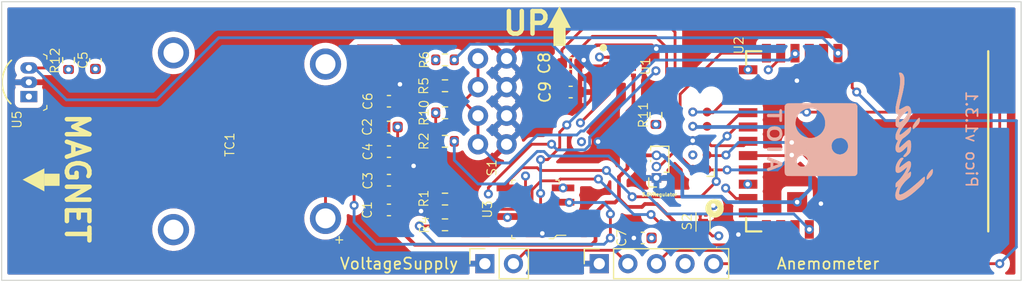
<source format=kicad_pcb>
(kicad_pcb (version 20211014) (generator pcbnew)
  (title_block (title "AIOT Pico") (date "2022-04-15") (rev "v1.1") (company "INRIA Paris") (comment 1 "AIO Team") (comment 2 "Author: Charles Thonier") (comment 4 "AISLER Project ID: NDZZCBJM"))
  (layers (0 "F.Cu" signal) (1 "In1.Cu" signal) (2 "In2.Cu" signal) (31 "B.Cu" signal) (34 "B.Paste" user) (35 "F.Paste" user) (36 "B.SilkS" user "B.Silkscreen") (37 "F.SilkS" user "F.Silkscreen") (38 "B.Mask" user) (39 "F.Mask" user) (44 "Edge.Cuts" user))
  (net 0 "")
  (net 1 "GND")
  (net 2 "Net-(R1-Pad2)")
  (net 3 "Net-(R2-Pad2)")
  (net 4 "Net-(R5-Pad1)")
  (net 5 "Net-(R12-Pad2)")
  (net 6 "Net-(C7-Pad2)")
  (net 7 "Net-(R10-Pad2)")
  (net 8 "Net-(R11-Pad2)")
  (net 9 "Net-(C2-Pad2)")
  (net 10 "Net-(C2-Pad1)")
  (net 11 "Net-(R6-Pad1)")
  (net 12 "/VIN")
  (net 38 "/OUT")
  (net 42 "Net-(S2-Pad4)")
  (net 43 "Net-(J1-Pad9)")
  (net 44 "Net-(J1-Pad6)")
  (net 45 "Net-(J1-Pad5)")
  (net 46 "Net-(J1-Pad4)")
  (net 47 "Net-(J1-Pad3)")
  (net 48 "Net-(J1-Pad2)")
  (net 49 "Net-(J1-Pad10)")
  (net 50 "Net-(J1-Pad1)")
  (net 51 "VDD")
  (net 52 "Net-(U2-Pad21)")
  (net 53 "Net-(U2-Pad17)")
  (net 54 "/SHDN")
  (footprint "digikey-footprints:TO-92-3" (layer "F.Cu") (at 114.445 102 90)
    (fp_text reference "U5")
    (fp_text value "DRV5032AJ" hide)
  )
  (footprint "Capacitor_SMD:C_0603_1608Metric" (layer "F.Cu") (at 120.36 98.7714 90)
    (fp_text reference "C5")
    (fp_text value "100nF" hide)
  )
  (footprint "Resistor_SMD:R_0603_1608Metric" (layer "F.Cu") (at 151.4004 111.1026)
    (fp_text reference "R1")
    (fp_text value "10k" hide)
  )
  (footprint "iot_lib:dusty_pcb_ant" (layer "F.Cu") (at 192.0404 105.9718 -90)
    (fp_text reference "U2")
    (fp_text value "ITM-DYPA-B-02" hide)
  )
  (footprint "Capacitor_SMD:C_0603_1608Metric" (layer "F.Cu") (at 162.56 99.06 180)
    (fp_text reference "C8")
    (fp_text value "10uF")
  )
  (footprint "digikey-footprints:Thermocouple_Connector_PCC-SMP-K" (layer "F.Cu") (at 132.2996 106.2766 90)
    (fp_text reference "TC1")
    (fp_text value "Thermocouple" hide)
  )
  (footprint "Resistor_SMD:R_0603_1608Metric" (layer "F.Cu") (at 117.97 98.7714 90)
    (fp_text reference "R12")
    (fp_text value "100k" hide)
  )
  (footprint "iot_lib:sht_31" (layer "F.Cu") (at 167.06 99.31)
    (fp_text reference "U1")
    (fp_text value "SHT31" hide)
  )
  (footprint "Resistor_SMD:R_0603_1608Metric" (layer "F.Cu") (at 151.4004 113.3886)
    (fp_text reference "R4")
    (fp_text value "1M" hide)
  )
  (footprint "iot_lib:tag-connect_10_pins_no_hooks" (layer "F.Cu") (at 174.04 105.9114 90)
    (fp_text reference "J1" hide)
    (fp_text value "Tag-Connect" hide)
  )
  (footprint "Capacitor_SMD:C_0603_1608Metric" (layer "F.Cu") (at 168.9702 114.557)
    (fp_text reference "C7")
    (fp_text value "100nF" hide)
  )
  (footprint "Capacitor_SMD:C_0603_1608Metric" (layer "F.Cu") (at 146.422 109.4262)
    (fp_text reference "C3")
    (fp_text value "1uF" hide)
  )
  (footprint "Capacitor_SMD:C_0603_1608Metric" (layer "F.Cu") (at 146.422 104.7018 180)
    (fp_text reference "C2")
    (fp_text value "1uF" hide)
  )
  (footprint "iot_lib:RBS200100" (layer "F.Cu") (at 155.545 102.485 -90)
    (fp_text reference "S1")
    (fp_text value "RBS200100" hide)
  )
  (footprint "Resistor_SMD:R_0603_1608Metric" (layer "F.Cu") (at 151.4004 105.9718)
    (fp_text reference "R2")
    (fp_text value "10k" hide)
  )
  (footprint "Connector_PinSocket_2.54mm:PinSocket_1x05_P2.54mm_Vertical" (layer "F.Cu") (at 165.1 116.84 90)
    (fp_text reference "Anemometer")
    (fp_text value "Conn_01x05_Female" hide)
  )
  (footprint "Capacitor_SMD:C_0603_1608Metric" (layer "F.Cu") (at 162.56 101.6)
    (fp_text reference "C9")
    (fp_text value "10uF")
  )
  (footprint "digikey-footprints:SOIC-7-8_W3.9mm" (layer "F.Cu") (at 159.4328 112.017 90)
    (fp_text reference "U3")
    (fp_text value "MAX6674" hide)
  )
  (footprint "Resistor_SMD:R_0603_1608Metric" (layer "F.Cu") (at 170.13 103.65 -90)
    (fp_text reference "R11")
    (fp_text value "1M" hide)
  )
  (footprint "Capacitor_SMD:C_0603_1608Metric" (layer "F.Cu") (at 146.422 102.4158)
    (fp_text reference "C6")
    (fp_text value "1uF" hide)
  )
  (footprint "Resistor_SMD:R_0603_1608Metric" (layer "F.Cu") (at 151.4004 98.74)
    (fp_text reference "R6")
    (fp_text value "100" hide)
  )
  (footprint "Resistor_SMD:R_0603_1608Metric" (layer "F.Cu") (at 151.4004 103.44)
    (fp_text reference "R10")
    (fp_text value "1M" hide)
  )
  (footprint "Connector_PinSocket_1.00mm:PinSocket_1x03_P1.00mm_Vertical" (layer "F.Cu") (at 170.18 109.22 180)
    (fp_text reference "3.6VRegulator")
    (fp_text value "Conn_01x03_Female" hide)
  )
  (footprint "Capacitor_SMD:C_0603_1608Metric" (layer "F.Cu") (at 146.422 112.0678)
    (fp_text reference "C1")
    (fp_text value "100nF" hide)
  )
  (footprint "Resistor_SMD:R_0603_1608Metric" (layer "F.Cu") (at 151.4004 101.04 180)
    (fp_text reference "R5")
    (fp_text value "100" hide)
  )
  (footprint "Capacitor_SMD:C_0603_1608Metric" (layer "F.Cu") (at 146.422 106.8862 180)
    (fp_text reference "C4")
    (fp_text value "1uF" hide)
  )
  (footprint "iot_lib:TDFN4_1.2mmx1.6mm" (layer "F.Cu") (at 174.3125 113.1364 -90)
    (fp_text reference "S2")
    (fp_text value "SiP32431DNP3-T1GE4" hide)
  )
  (footprint "Connector_PinSocket_2.54mm:PinSocket_1x02_P2.54mm_Vertical" (layer "F.Cu") (at 154.94 116.84 90)
    (fp_text reference "VoltageSupply")
    (fp_text value "Conn_01x02_Female" hide)
  )
  (gr_curve (pts (xy 181.320961 103.703893) (xy 181.317589 104.143675) (xy 181.315689 104.175465) (xy 181.291155 104.202557)) (layer "B.SilkS") (width 0.04))
  (gr_line (start 181.16 103.6814) (end 180.13 103.6814) (layer "B.SilkS") (width 0.25))
  (gr_line (start 192.468274 106.388439) (end 192.263222 106.593371) (layer "B.SilkS") (width 0.03))
  (gr_curve (pts (xy 188.009473 105.833359) (xy 188.009181 108.711232) (xy 188.008353 108.807191) (xy 187.983356 108.860471)) (layer "B.SilkS") (width 0.04))
  (gr_curve (pts (xy 180.670816 106.803912) (xy 180.069019 106.803912) (xy 180.034933 106.800676) (xy 180.012183 106.741393)) (layer "B.SilkS") (width 0.04))
  (gr_curve (pts (xy 191.42317 104.340232) (xy 191.42317 104.12626) (xy 191.432622 104.073996) (xy 191.494136 103.947859)) (layer "B.SilkS") (width 0.03))
  (gr_curve (pts (xy 181.323131 106.609256) (xy 181.339535 106.639907) (xy 181.342733 106.706778) (xy 181.329449 106.741393)) (layer "B.SilkS") (width 0.04))
  (gr_poly (pts (xy 187.208109 106.4014) (xy 187.17 106.1414) (xy 187.02 105.8814) (xy 186.79 105.7214) (xy 186.62 105.6614) (xy 186.19 105.7114) (xy 185.93 105.8614) (xy 185.78 106.0814) (xy 185.72 106.3014) (xy 185.72 106.3714) (xy 185.74 106.6414) (xy 185.89 106.8914) (xy 186.03 107.0214) (xy 186.24 107.1214) (xy 186.51 107.1614) (xy 186.75 107.0914) (xy 186.75 107.5314) (xy 183.63 107.5214) (xy 183.56 107.4414) (xy 183.51 107.3214) (xy 183.5 106.2414) (xy 185 106.2114) (xy 184.55 105.5214) (xy 184.8 105.3014) (xy 184.96 105.1014) (xy 185.08 104.8714) (xy 188.01 105.1814) (xy 188.01 106.3814)) (layer "B.SilkS") (width 0.01) (fill solid))
  (gr_curve (pts (xy 180.303135 107.726034) (xy 180.285949 107.718892) (xy 180.222921 107.693213) (xy 180.163075 107.668969)) (layer "B.SilkS") (width 0.04))
  (gr_line (start 191.637057 105.892546) (end 191.557262 105.866088) (layer "B.SilkS") (width 0.03))
  (gr_curve (pts (xy 181.334619 105.331822) (xy 181.321451 105.618589) (xy 181.200869 105.790079) (xy 180.945403 105.885357)) (layer "B.SilkS") (width 0.04))
  (gr_curve (pts (xy 183.603664 107.517532) (xy 183.498579 107.300819) (xy 183.267145 107.175496) (xy 183.046958 107.216072)) (layer "B.SilkS") (width 0.04))
  (gr_curve (pts (xy 192.559511 108.802963) (xy 192.636161 108.737479) (xy 192.712247 108.6839) (xy 192.728591 108.6839)) (layer "B.SilkS") (width 0.03))
  (gr_curve (pts (xy 181.812585 102.62323) (xy 181.851083 102.612862) (xy 182.746004 102.608387) (xy 184.792066 102.608334)) (layer "B.SilkS") (width 0.04))
  (gr_curve (pts (xy 193.000273 104.516321) (xy 193.107664 104.313206) (xy 193.45336 103.894942) (xy 193.513844 103.894942)) (layer "B.SilkS") (width 0.03))
  (gr_curve (pts (xy 180.900227 104.958478) (xy 180.796528 104.917533) (xy 180.569956 104.913894) (xy 180.461443 104.95143)) (layer "B.SilkS") (width 0.04))
  (gr_curve (pts (xy 186.310878 107.14088) (xy 186.43205 107.16632) (xy 186.492539 107.166303) (xy 186.613516 107.140784)) (layer "B.SilkS") (width 0.04))
  (gr_curve (pts (xy 191.980552 108.148119) (xy 192.464979 107.754784) (xy 192.579149 107.693946) (xy 192.692939 107.768504)) (layer "B.SilkS") (width 0.03))
  (gr_curve (pts (xy 182.903556 108.196401) (xy 182.987493 108.237723) (xy 183.005854 108.24144) (xy 183.126018 108.24144)) (layer "B.SilkS") (width 0.04))
  (gr_curve (pts (xy 191.509577 104.664347) (xy 191.423701 104.58756) (xy 191.42317 104.585566) (xy 191.42317 104.340232)) (layer "B.SilkS") (width 0.03))
  (gr_curve (pts (xy 191.41881 103.225195) (xy 191.41594 103.120613) (xy 191.424073 102.975515) (xy 191.436885 102.902754)) (layer "B.SilkS") (width 0.03))
  (gr_line (start 191.700864 103.620238) (end 191.628163 103.588984) (layer "B.SilkS") (width 0.03))
  (gr_curve (pts (xy 191.574321 109.990194) (xy 191.511933 110.029489) (xy 191.449425 110.054555) (xy 191.435414 110.045896)) (layer "B.SilkS") (width 0.03))
  (gr_curve (pts (xy 180.677695 105.916287) (xy 180.519011 105.916587) (xy 180.478656 105.912029) (xy 180.400388 105.88498)) (layer "B.SilkS") (width 0.04))
  (gr_curve (pts (xy 182.527804 104.593221) (xy 182.599388 105.003713) (xy 182.871671 105.370035) (xy 183.243235 105.55574)) (layer "B.SilkS") (width 0.04))
  (gr_poly (pts (xy 185.08 104.9114) (xy 185.17 104.5714) (xy 185.17 104.1614) (xy 185.06 103.7914) (xy 184.88 103.5014) (xy 184.56 103.2214) (xy 184.2 103.0714) (xy 184.02 103.0314) (xy 183.79 103.0314) (xy 183.47 103.0814) (xy 183.21 103.1814) (xy 183 103.3114) (xy 182.83 103.4714) (xy 182.65 103.7614) (xy 182.55 104.0414) (xy 182.51 104.3314) (xy 182.527804 104.593221) (xy 182.66 104.9914) (xy 182.77 105.1514) (xy 183.04 105.4314) (xy 183.32 105.5814) (xy 183.7 105.6914) (xy 183.99 105.6914) (xy 184.36 105.6014) (xy 184.67 105.4114) (xy 185.24 106.3014) (xy 181.57 106.2614) (xy 181.58 102.8814) (xy 181.68 102.6914) (xy 181.85 102.6114) (xy 187.5 102.6114) (xy 187.86 102.6414) (xy 187.991869 102.8114) (xy 188 102.9214) (xy 188.01 105.2314)) (layer "B.SilkS") (width 0.01) (fill solid))
  (gr_curve (pts (xy 191.994083 107.440359) (xy 192.049441 107.440359) (xy 192.102095 107.452269) (xy 192.111092 107.466826)) (layer "B.SilkS") (width 0.03))
  (gr_poly (pts (xy 186.73 107.5214) (xy 186.71 107.1114) (xy 186.88 107.0214) (xy 187.03 106.9014) (xy 187.13 106.7414) (xy 187.21 106.4814) (xy 187.208109 106.363715) (xy 188.01 106.3514) (xy 188.01 107.5314)) (layer "B.SilkS") (width 0.01) (fill solid))
  (gr_line (start 191.563149 106.038067) (end 191.637057 105.892546) (layer "B.SilkS") (width 0.03))
  (gr_line (start 180.088287 103.557438) (end 180.596213 103.557438) (layer "B.SilkS") (width 0.04))
  (gr_curve (pts (xy 183.346407 108.198871) (xy 183.460047 108.144768) (xy 183.545494 108.059322) (xy 183.599597 107.945681)) (layer "B.SilkS") (width 0.04))
  (gr_curve (pts (xy 191.612394 102.109004) (xy 191.830686 101.220027) (xy 191.891789 100.350816) (xy 191.757354 100.046902)) (layer "B.SilkS") (width 0.03))
  (gr_curve (pts (xy 192.241146 107.122941) (xy 192.428769 106.926238) (xy 192.468274 106.832588) (xy 192.468274 106.58452)) (layer "B.SilkS") (width 0.03))
  (gr_line (start 180.43 107.6814) (end 180.42 108.3114) (layer "B.SilkS") (width 0.22))
  (gr_curve (pts (xy 181.131651 105.304231) (xy 181.131651 105.14037) (xy 181.049302 105.017338) (xy 180.900227 104.958478)) (layer "B.SilkS") (width 0.04))
  (gr_curve (pts (xy 194.197523 109.107234) (xy 194.231914 108.948265) (xy 194.3303 108.78956) (xy 194.527236 108.575383)) (layer "B.SilkS") (width 0.03))
  (gr_poly (pts (xy 192.72 103.7414) (xy 192.6 104.0414) (xy 192.44 104.2714) (xy 192.16 104.0214) (xy 192.17 104.0014) (xy 192.38 103.7414) (xy 192.46 103.5814) (xy 192.53 103.4014) (xy 192.520472 103.285238) (xy 192.4 103.3114) (xy 192.115667 103.548322) (xy 191.91 103.7614) (xy 191.77 103.9914) (xy 191.56 103.8414) (xy 191.62 103.7414) (xy 191.700864 103.620238) (xy 191.56 103.5514) (xy 191.45 103.4414) (xy 191.41881 103.2714) (xy 191.43 102.9714) (xy 191.5 102.5814) (xy 191.59 102.1914) (xy 191.7 101.7114) (xy 191.81 101.0314) (xy 191.83 100.4614) (xy 191.79 100.1614) (xy 191.73 99.9714) (xy 191.72 99.9114) (xy 191.76 99.8814) (xy 191.93 99.9114) (xy 192 99.9614) (xy 192.09 100.0614) (xy 192.16 100.2414) (xy 192.2 100.5414) (xy 192.18 100.8314) (xy 192.13 101.1814) (xy 192.04 101.6414) (xy 191.91 102.1514) (xy 191.77 102.7314) (xy 191.71 103.0414) (xy 191.71 103.1014) (xy 191.73 103.1414) (xy 191.8 103.1514) (xy 191.94 103.0714) (xy 192.36 102.8514) (xy 192.55 102.8514) (xy 192.66 102.9314) (xy 192.75 103.0914) (xy 192.79 103.2614) (xy 192.79 103.4414)) (layer "B.SilkS") (width 0.01) (fill solid))
  (gr_curve (pts (xy 191.557262 105.866088) (xy 191.456035 105.832524) (xy 191.410786 105.742803) (xy 191.410478 105.575046)) (layer "B.SilkS") (width 0.03))
  (gr_curve (pts (xy 183.599597 107.945681) (xy 183.638103 107.864801) (xy 183.642119 107.843791) (xy 183.641672 107.725581)) (layer "B.SilkS") (width 0.04))
  (gr_curve (pts (xy 180.945403 105.885357) (xy 180.875813 105.911311) (xy 180.835301 105.915992) (xy 180.677695 105.916287)) (layer "B.SilkS") (width 0.04))
  (gr_curve (pts (xy 193.540757 104.198899) (xy 193.498688 104.387992) (xy 193.490554 104.400935) (xy 193.267263 104.634115)) (layer "B.SilkS") (width 0.03))
  (gr_curve (pts (xy 192.728591 108.6839) (xy 192.821362 108.6839) (xy 192.773948 109.052938) (xy 192.667268 109.161197)) (layer "B.SilkS") (width 0.03))
  (gr_curve (pts (xy 181.242985 107.836286) (xy 181.307714 107.869308) (xy 181.337995 107.92375) (xy 181.337995 108.007103)) (layer "B.SilkS") (width 0.04))
  (gr_curve (pts (xy 185.72727 106.219978) (xy 185.70366 106.31548) (xy 185.717364 106.566052) (xy 185.751278 106.658927)) (layer "B.SilkS") (width 0.04))
  (gr_curve (pts (xy 180.038215 105.538338) (xy 180.0035 105.452408) (xy 179.995764 105.189025) (xy 180.024883 105.084382)) (layer "B.SilkS") (width 0.04))
  (gr_curve (pts (xy 191.825524 106.067577) (xy 191.704335 106.325518) (xy 191.678015 106.540775) (xy 191.767666 106.540775)) (layer "B.SilkS") (width 0.03))
  (gr_curve (pts (xy 180.400388 105.88498) (xy 180.229191 105.825817) (xy 180.107175 105.709033) (xy 180.038215 105.538338)) (layer "B.SilkS") (width 0.04))
  (gr_curve (pts (xy 192.263222 106.593371) (xy 192.011617 106.844828) (xy 191.830951 106.964109) (xy 191.701689 106.964109)) (layer "B.SilkS") (width 0.03))
  (gr_line (start 180.191586 108.317607) (end 180.326911 108.26518) (layer "B.SilkS") (width 0.04))
  (gr_curve (pts (xy 191.701689 106.964109) (xy 191.378106 106.964109) (xy 191.313193 106.530211) (xy 191.563149 106.038067)) (layer "B.SilkS") (width 0.03))
  (gr_curve (pts (xy 192.111092 107.466826) (xy 192.120089 107.481383) (xy 192.08043 107.549844) (xy 192.02296 107.618962)) (layer "B.SilkS") (width 0.03))
  (gr_curve (pts (xy 191.849259 99.885276) (xy 192.13762 99.939373) (xy 192.250913 100.32376) (xy 192.165756 100.959111)) (layer "B.SilkS") (width 0.03))
  (gr_curve (pts (xy 186.992156 106.928896) (xy 187.157729 106.761979) (xy 187.220861 106.596753) (xy 187.208109 106.363715)) (layer "B.SilkS") (width 0.04))
  (gr_curve (pts (xy 191.767666 106.540775) (xy 191.786675 106.540775) (xy 191.944365 106.405075) (xy 192.118086 106.239219)) (layer "B.SilkS") (width 0.03))
  (gr_curve (pts (xy 193.513844 103.894942) (xy 193.576242 103.894942) (xy 193.585392 103.998275) (xy 193.540757 104.198899)) (layer "B.SilkS") (width 0.03))
  (gr_curve (pts (xy 192.426473 108.260567) (xy 192.418034 108.260567) (xy 192.298204 108.354825) (xy 192.160182 108.470029)) (layer "B.SilkS") (width 0.03))
  (gr_poly (pts (xy 194 109.3714) (xy 193.97 109.5214) (xy 193.92 109.6314) (xy 193.81 109.7814) (xy 193.55 110.0414) (xy 193.14 110.4114) (xy 192.77 110.7214) (xy 192.37 110.9814) (xy 192.2 111.0814) (xy 192.01 111.1714) (xy 191.79 111.2114) (xy 191.7 111.2114) (xy 191.59 111.174975) (xy 191.48 111.0814) (xy 191.42 110.9714) (xy 191.4 110.7914) (xy 191.41 110.6114) (xy 191.53 110.2014) (xy 191.656986 109.956168) (xy 191.62 109.9614) (xy 191.49 110.0314) (xy 191.435414 110.045896) (xy 191.42 110.0114) (xy 191.41 109.8614) (xy 191.46 109.6714) (xy 191.83 109.3014) (xy 192.03 109.0414) (xy 192.24 108.7414) (xy 192.38 108.4414) (xy 192.45 108.2814) (xy 192.426473 108.260567) (xy 192.35 108.3214) (xy 192.22 108.4214) (xy 192.06 108.5514) (xy 191.89 108.6814) (xy 191.74 108.7414) (xy 191.62 108.7614) (xy 191.52 108.7414) (xy 191.46 108.6914) (xy 191.41592 108.5414) (xy 191.42 108.3214) (xy 191.47 108.0714) (xy 191.59 107.8214) (xy 191.75 107.5914) (xy 191.88 107.4614) (xy 192.02 107.4414) (xy 192.111092 107.466826) (xy 192.09 107.5314) (xy 192 107.6514) (xy 191.89 107.8214) (xy 191.8 107.9914) (xy 191.74 108.1814) (xy 191.72 108.2714) (xy 191.74 108.313484) (xy 191.76 108.3114) (xy 192.02 108.1114) (xy 192.42 107.8214) (xy 192.56 107.7414) (xy 192.67 107.7514) (xy 192.73 107.8014) (xy 192.77 107.9014) (xy 192.78 108.0914) (xy 192.73 108.2914) (xy 192.63 108.5314) (xy 192.5 108.7614) (xy 192.404567 108.922025) (xy 192.559511 108.802963) (xy 192.7 108.7014) (xy 192.75 108.6914) (xy 192.77 108.7214) (xy 192.78 108.8214) (xy 192.74 109.0214) (xy 192.69 109.1414) (xy 192.51 109.3014) (xy 192.26 109.5314) (xy 192.08 109.7514) (xy 191.94 109.9414) (xy 191.81 110.1714) (xy 191.74 110.3914) (xy 191.72 110.5114) (xy 191.71 110.5814) (xy 191.72 110.6614) (xy 191.82 110.7114) (xy 192.01 110.6614) (xy 192.27 110.5114) (xy 192.59 110.2914) (xy 193.41 109.6214) (xy 193.82 109.2314) (xy 193.969784 109.127025) (xy 193.99 109.1514) (xy 194.01 109.2414)) (layer "B.SilkS") (width 0.01) (fill solid))
  (gr_curve (pts (xy 181.573034 105.828928) (xy 181.573694 104.205095) (xy 181.579316 102.859567) (xy 181.585548 102.838867)) (layer "B.SilkS") (width 0.04))
  (gr_poly (pts (xy 187.983356 108.860471) (xy 187.89 108.9814) (xy 187.74 109.0414) (xy 181.97 109.0414) (xy 181.74 109.0114) (xy 181.62 108.9114) (xy 181.58 108.7214) (xy 181.56 106.2414) (xy 183.52 106.2514) (xy 183.56 107.4414) (xy 183.4 107.2914) (xy 183.18 107.2114) (xy 182.92 107.2514) (xy 182.7 107.4214) (xy 182.61 107.6514) (xy 182.62 107.8914) (xy 182.75 108.1114) (xy 182.95 108.2214) (xy 183.2 108.2414) (xy 183.36 108.1914) (xy 183.55 108.0414) (xy 183.65 107.7614) (xy 183.59 107.4714) (xy 188.01 107.4814) (xy 188.01 108.1914)) (layer "B.SilkS") (width 0.01) (fill solid))
  (gr_line (start 194.197523 109.107234) (end 194.197523 109.107234) (layer "B.SilkS") (width 0.03))
  (gr_curve (pts (xy 180.458852 105.62916) (xy 180.566634 105.666391) (xy 180.79587 105.66451) (xy 180.892732 105.6256)) (layer "B.SilkS") (width 0.04))
  (gr_curve (pts (xy 194.185609 109.34229) (xy 194.157512 109.297925) (xy 194.157892 109.290429) (xy 194.197523 109.107234)) (layer "B.SilkS") (width 0.03))
  (gr_curve (pts (xy 191.749161 108.313484) (xy 191.764412 108.313484) (xy 191.868538 108.23907) (xy 191.980552 108.148119)) (layer "B.SilkS") (width 0.03))
  (gr_curve (pts (xy 192.404567 108.922025) (xy 192.413136 108.922025) (xy 192.48286 108.868447) (xy 192.559511 108.802963)) (layer "B.SilkS") (width 0.03))
  (gr_curve (pts (xy 180.039905 107.431698) (xy 180.063712 107.407891) (xy 180.091033 107.395431) (xy 180.119429 107.395431)) (layer "B.SilkS") (width 0.04))
  (gr_curve (pts (xy 192.160182 108.470029) (xy 191.873748 108.709112) (xy 191.775511 108.763275) (xy 191.628324 108.763275)) (layer "B.SilkS") (width 0.03))
  (gr_poly (pts (xy 192.71 105.1314) (xy 192.61 105.2514) (xy 192.51 105.3514) (xy 192.24 105.5914) (xy 192.06 105.7114) (xy 191.97 105.8014) (xy 191.9 105.9214) (xy 191.825524 106.067577) (xy 191.75 106.2514) (xy 191.71 106.4114) (xy 191.72 106.4914) (xy 191.75 106.540775) (xy 191.78 106.5414) (xy 192.41 105.9714) (xy 192.56 105.8714) (xy 192.63 105.8614) (xy 192.71 105.9014) (xy 192.76 106.0314) (xy 192.78 106.2014) (xy 192.78 106.5114) (xy 192.75 106.7814) (xy 192.72 106.8814) (xy 192.68 106.9814) (xy 192.56 107.1214) (xy 192.36 107.2914) (xy 192.23 107.360984) (xy 192.14 107.3414) (xy 192.11 107.3014) (xy 192.14 107.2414) (xy 192.35 107.0114) (xy 192.41 106.9014) (xy 192.46 106.7614) (xy 192.468274 106.58452) (xy 192.468274 106.388439) (xy 192.11 106.7414) (xy 191.97 106.8614) (xy 191.88 106.9114) (xy 191.76 106.9614) (xy 191.59 106.9514) (xy 191.48 106.8614) (xy 191.42 106.7114) (xy 191.41 106.4814) (xy 191.48 106.2214) (xy 191.637057 105.892546) (xy 191.48 105.8214) (xy 191.42 105.7314) (xy 191.410478 105.6014) (xy 191.43 105.4014) (xy 191.49 105.2014) (xy 191.63 104.8914) (xy 191.732311 104.741609) (xy 191.61 104.7214) (xy 191.509577 104.664347) (xy 191.44 104.5814) (xy 191.42317 104.4614) (xy 191.42 104.3314) (xy 191.43 104.0814) (xy 191.56 103.8214) (xy 191.77 103.9714) (xy 191.7 104.1814) (xy 191.727085 104.2414) (xy 191.76 104.2814) (xy 191.8 104.2814) (xy 191.94 104.2014) (xy 192.18 104.0014) (xy 192.45 104.2614) (xy 192.23 104.5314) (xy 191.97 104.8514) (xy 191.78 105.2014) (xy 191.753905 105.317077) (xy 191.77 105.3814) (xy 191.82 105.4014) (xy 192.02 105.2914) (xy 192.29 105.0714) (xy 192.67 104.7414) (xy 192.761528 104.703288) (xy 192.78 104.7414) (xy 192.78 104.9114)) (layer "B.SilkS") (width 0.01) (fill solid))
  (gr_curve (pts (xy 192.747172 103.645188) (xy 192.708037 103.811116) (xy 192.555855 104.13693) (xy 192.474839 104.228241)) (layer "B.SilkS") (width 0.03))
  (gr_line (start 185.751278 106.658927) (end 185.751278 106.658927) (layer "B.SilkS") (width 0.04))
  (gr_curve (pts (xy 186.613516 107.140784) (xy 186.765466 107.10874) (xy 186.874018 107.047994) (xy 186.992156 106.928896)) (layer "B.SilkS") (width 0.04))
  (gr_curve (pts (xy 180.800343 107.904412) (xy 180.663662 107.855234) (xy 180.546104 107.812933) (xy 180.539104 107.810411)) (layer "B.SilkS") (width 0.04))
  (gr_curve (pts (xy 184.887849 105.198493) (xy 185.083046 104.954966) (xy 185.178518 104.680274) (xy 185.178518 104.362179)) (layer "B.SilkS") (width 0.04))
  (gr_line (start 180.045963 103.593052) (end 180.045963 103.593052) (layer "B.SilkS") (width 0.04))
  (gr_curve (pts (xy 180.024882 105.084382) (xy 180.048415 104.999809) (xy 180.115933 104.880353) (xy 180.168486 104.830312)) (layer "B.SilkS") (width 0.04))
  (gr_curve (pts (xy 184.892622 103.531318) (xy 184.509079 103.046273) (xy 183.837065 102.888131) (xy 183.280267 103.151888)) (layer "B.SilkS") (width 0.04))
  (gr_curve (pts (xy 180.892732 105.6256) (xy 181.048382 105.563073) (xy 181.131651 105.451068) (xy 181.131651 105.304231)) (layer "B.SilkS") (width 0.04))
  (gr_curve (pts (xy 180.119429 107.395431) (xy 180.158357 107.395431) (xy 181.113306 107.770129) (xy 181.242985 107.836286)) (layer "B.SilkS") (width 0.04))
  (gr_curve (pts (xy 192.78 106.4614) (xy 192.765679 106.873214) (xy 192.737644 106.942774) (xy 192.490412 107.179919)) (layer "B.SilkS") (width 0.03))
  (gr_curve (pts (xy 192.165756 100.959111) (xy 192.118751 101.309816) (xy 192.054394 101.605604) (xy 191.872389 102.307442)) (layer "B.SilkS") (width 0.03))
  (gr_line (start 191.727085 104.265359) (end 191.727085 104.265359) (layer "B.SilkS") (width 0.03))
  (gr_curve (pts (xy 192.490412 107.179919) (xy 192.333104 107.330809) (xy 192.286732 107.360984) (xy 192.21215 107.360984)) (layer "B.SilkS") (width 0.03))
  (gr_curve (pts (xy 180.036826 103.773332) (xy 179.987158 103.715568) (xy 179.991024 103.639279) (xy 180.045963 103.593052)) (layer "B.SilkS") (width 0.04))
  (gr_curve (pts (xy 180.120196 108.592225) (xy 180.051618 108.592225) (xy 180.003639 108.542396) (xy 180.003639 108.471176)) (layer "B.SilkS") (width 0.04))
  (gr_curve (pts (xy 191.664148 104.741609) (xy 191.62619 104.741609) (xy 191.557693 104.707371) (xy 191.509577 104.664347)) (layer "B.SilkS") (width 0.03))
  (gr_curve (pts (xy 191.436885 102.902754) (xy 191.461772 102.761407) (xy 191.548424 102.369518) (xy 191.612394 102.109004)) (layer "B.SilkS") (width 0.03))
  (gr_curve (pts (xy 180.019218 106.606597) (xy 180.054028 106.546714) (xy 180.096448 106.542544) (xy 180.670817 106.542544)) (layer "B.SilkS") (width 0.04))
  (gr_curve (pts (xy 192.560775 110.312852) (xy 192.913946 110.050218) (xy 193.140696 109.85765) (xy 193.592753 109.436438)) (layer "B.SilkS") (width 0.03))
  (gr_line (start 180.019217 106.606597) (end 180.019217 106.606597) (layer "B.SilkS") (width 0.04))
  (gr_curve (pts (xy 192.115667 103.548322) (xy 191.802401 103.851206) (xy 191.646492 104.138899) (xy 191.727085 104.265359)) (layer "B.SilkS") (width 0.03))
  (gr_curve (pts (xy 193.267263 104.634115) (xy 193.140689 104.766295) (xy 193.016292 104.87432) (xy 192.990826 104.874171)) (layer "B.SilkS") (width 0.03))
  (gr_curve (pts (xy 185.922408 105.87948) (xy 185.834968 105.967953) (xy 185.75514 106.107246) (xy 185.72727 106.219978)) (layer "B.SilkS") (width 0.04))
  (gr_curve (pts (xy 191.727085 104.265359) (xy 191.783521 104.353913) (xy 192.147147 104.077143) (xy 192.335411 103.802338)) (layer "B.SilkS") (width 0.03))
  (gr_curve (pts (xy 181.176592 103.14323) (xy 181.210703 103.129101) (xy 181.224238 103.129614) (xy 181.253707 103.146155)) (layer "B.SilkS") (width 0.04))
  (gr_curve (pts (xy 180.670817 106.542544) (xy 181.249706 106.542544) (xy 181.289612 106.546626) (xy 181.323131 106.609256)) (layer "B.SilkS") (width 0.04))
  (gr_curve (pts (xy 191.414753 110.590606) (xy 191.436901 110.432915) (xy 191.58593 110.042587) (xy 191.656986 109.956168)) (layer "B.SilkS") (width 0.03))
  (gr_curve (pts (xy 194.678514 108.839902) (xy 194.635644 108.961408) (xy 194.467954 109.169674) (xy 194.310881 109.296492)) (layer "B.SilkS") (width 0.03))
  (gr_curve (pts (xy 191.757354 100.046902) (xy 191.689369 99.893211) (xy 191.708858 99.858936) (xy 191.849259 99.885276)) (layer "B.SilkS") (width 0.03))
  (gr_curve (pts (xy 187.208109 106.363715) (xy 187.199823 106.21231) (xy 187.165986 106.103604) (xy 187.092785 105.993221)) (layer "B.SilkS") (width 0.04))
  (gr_curve (pts (xy 191.872389 102.307442) (xy 191.74874 102.784249) (xy 191.690281 103.08893) (xy 191.714825 103.128644)) (layer "B.SilkS") (width 0.03))
  (gr_curve (pts (xy 180.708901 108.379595) (xy 180.369782 108.513206) (xy 180.151004 108.592225) (xy 180.120196 108.592225)) (layer "B.SilkS") (width 0.04))
  (gr_line (start 191.436885 102.902754) (end 191.436885 102.902754) (layer "B.SilkS") (width 0.03))
  (gr_curve (pts (xy 184.792066 102.608334) (xy 187.965259 102.60825) (xy 187.789358 102.604049) (xy 187.892045 102.682372)) (layer "B.SilkS") (width 0.04))
  (gr_curve (pts (xy 191.628324 108.763275) (xy 191.491633 108.763275) (xy 191.432422 108.696897) (xy 191.41592 108.525159)) (layer "B.SilkS") (width 0.03))
  (gr_curve (pts (xy 183.126018 108.24144) (xy 183.243999 108.24144) (xy 183.265861 108.237218) (xy 183.346407 108.198871)) (layer "B.SilkS") (width 0.04))
  (gr_curve (pts (xy 192.335411 103.802338) (xy 192.480515 103.590532) (xy 192.564361 103.356251) (xy 192.520472 103.285238)) (layer "B.SilkS") (width 0.03))
  (gr_line (start 192.468274 106.58452) (end 192.468274 106.388439) (layer "B.SilkS") (width 0.03))
  (gr_curve (pts (xy 187.825486 109.019942) (xy 187.770976 109.044698) (xy 187.666937 109.045577) (xy 184.790813 109.045577)) (layer "B.SilkS") (width 0.04))
  (gr_line (start 180.039906 107.431698) (end 180.039906 107.431698) (layer "B.SilkS") (width 0.04))
  (gr_line (start 180.596213 103.557438) (end 181.104139 103.557438) (layer "B.SilkS") (width 0.04))
  (gr_curve (pts (xy 193.592753 109.436438) (xy 193.78193 109.260169) (xy 193.951594 109.120933) (xy 193.969784 109.127025)) (layer "B.SilkS") (width 0.03))
  (gr_curve (pts (xy 192.474839 104.228241) (xy 192.025688 104.734468) (xy 191.753917 105.144926) (xy 191.753905 105.317077)) (layer "B.SilkS") (width 0.03))
  (gr_curve (pts (xy 187.092785 105.993221) (xy 186.823888 105.587743) (xy 186.264473 105.533377) (xy 185.922408 105.87948)) (layer "B.SilkS") (width 0.04))
  (gr_line (start 181.585548 102.838867) (end 181.585548 102.838867) (layer "B.SilkS") (width 0.04))
  (gr_curve (pts (xy 185.178518 104.362179) (xy 185.178518 104.046847) (xy 185.084719 103.774251) (xy 184.892622 103.531318)) (layer "B.SilkS") (width 0.04))
  (gr_curve (pts (xy 192.168924 108.84265) (xy 192.365715 108.544364) (xy 192.491284 108.260567) (xy 192.426473 108.260567)) (layer "B.SilkS") (width 0.03))
  (gr_curve (pts (xy 192.448504 109.358588) (xy 192.094395 109.661571) (xy 191.801539 110.098846) (xy 191.726381 110.436819)) (layer "B.SilkS") (width 0.03))
  (gr_curve (pts (xy 192.479454 108.796102) (xy 192.429697 108.86536) (xy 192.395998 108.922025) (xy 192.404567 108.922025)) (layer "B.SilkS") (width 0.03))
  (gr_curve (pts (xy 192.118086 106.239219) (xy 192.481985 105.891797) (xy 192.576107 105.830827) (xy 192.670529 105.88136)) (layer "B.SilkS") (width 0.03))
  (gr_poly (pts (xy 181.33 105.4014) (xy 181.3 105.5514) (xy 181.24 105.6814) (xy 181.09 105.8014) (xy 180.92 105.8914) (xy 180.73 105.916287) (xy 180.48 105.9014) (xy 180.26 105.8114) (xy 180.14 105.7214) (xy 180.038215 105.538338) (xy 180.02 105.3214) (xy 180.01 105.1214) (xy 180.12 104.8914) (xy 180.27 104.7414) (xy 180.43 104.6914) (xy 180.64 104.658141) (xy 180.89 104.6914) (xy 181.14 104.7914) (xy 181.28 104.9714) (xy 181.32 105.1914) (xy 181.13 105.2314) (xy 181.07 105.0714) (xy 181 105.0214) (xy 180.88 104.9514) (xy 180.73 104.9314) (xy 180.59 104.9314) (xy 180.42 104.9814) (xy 180.32 105.0314) (xy 180.24 105.1314) (xy 180.21 105.2914) (xy 180.22514 105.407653) (xy 180.29 105.5114) (xy 180.38 105.5914) (xy 180.52 105.6514) (xy 180.71 105.6614) (xy 180.88 105.6314) (xy 181.03 105.5414) (xy 181.11 105.3914) (xy 181.13 105.2814) (xy 181.334619 105.2814)) (layer "B.SilkS") (width 0.01) (fill solid))
  (gr_line (start 187.973962 102.789405) (end 188.009775 102.861271) (layer "B.SilkS") (width 0.04))
  (gr_line (start 191.632983 103.711288) (end 191.700864 103.620238) (layer "B.SilkS") (width 0.03))
  (gr_curve (pts (xy 191.753905 105.317077) (xy 191.753892 105.501316) (xy 191.93645 105.392619) (xy 192.557552 104.838576)) (layer "B.SilkS") (width 0.03))
  (gr_curve (pts (xy 191.726381 110.436819) (xy 191.635103 110.847281) (xy 191.893798 110.808846) (xy 192.560775 110.312852)) (layer "B.SilkS") (width 0.03))
  (gr_curve (pts (xy 180.22514 105.407653) (xy 180.246471 105.485878) (xy 180.362548 105.595893) (xy 180.458852 105.62916)) (layer "B.SilkS") (width 0.04))
  (gr_line (start 181.215 106.6814) (end 180.13 106.6714) (layer "B.SilkS") (width 0.25))
  (gr_curve (pts (xy 191.445721 109.707817) (xy 191.465399 109.660719) (xy 191.524689 109.589242) (xy 191.577475 109.54898)) (layer "B.SilkS") (width 0.03))
  (gr_line (start 181.21 108.0614) (end 180.13 108.4714) (layer "B.SilkS") (width 0.22))
  (gr_curve (pts (xy 192.451261 102.836609) (xy 192.729771 102.836609) (xy 192.856321 103.182409) (xy 192.747172 103.645188)) (layer "B.SilkS") (width 0.03))
  (gr_line (start 181.19 107.9314) (end 180.12 107.5114) (layer "B.SilkS") (width 0.25))
  (gr_curve (pts (xy 191.714825 103.128644) (xy 191.745795 103.178753) (xy 191.819131 103.151823) (xy 192.07778 102.995359)) (layer "B.SilkS") (width 0.03))
  (gr_curve (pts (xy 191.611238 111.174975) (xy 191.426341 111.093186) (xy 191.368378 110.920795) (xy 191.414753 110.590606)) (layer "B.SilkS") (width 0.03))
  (gr_curve (pts (xy 181.337995 108.007103) (xy 181.337995 108.058814) (xy 181.330107 108.078454) (xy 181.293287 108.118428)) (layer "B.SilkS") (width 0.04))
  (gr_line (start 181.104139 103.557438) (end 181.104139 103.39301) (layer "B.SilkS") (width 0.04))
  (gr_curve (pts (xy 181.757561 109.020046) (xy 181.727297 109.006004) (xy 181.68268 108.973618) (xy 181.658413 108.948077)) (layer "B.SilkS") (width 0.04))
  (gr_curve (pts (xy 191.628163 103.588984) (xy 191.588177 103.571795) (xy 191.525889 103.525693) (xy 191.489745 103.486537)) (layer "B.SilkS") (width 0.03))
  (gr_curve (pts (xy 193.049497 110.485934) (xy 192.515256 110.930712) (xy 192.178684 111.133974) (xy 191.870495 111.197954)) (layer "B.SilkS") (width 0.03))
  (gr_line (start 191.414753 110.590606) (end 191.414753 110.590606) (layer "B.SilkS") (width 0.03))
  (gr_line (start 191.677342 104.827598) (end 191.732311 104.741609) (layer "B.SilkS") (width 0.03))
  (gr_line (start 180.045963 103.593052) (end 180.088287 103.557438) (layer "B.SilkS") (width 0.04))
  (gr_line (start 188.009775 102.861271) (end 188.009473 105.833359) (layer "B.SilkS") (width 0.04))
  (gr_curve (pts (xy 192.990826 104.874171) (xy 192.922153 104.873771) (xy 192.927979 104.653054) (xy 193.000273 104.516321)) (layer "B.SilkS") (width 0.03))
  (gr_line (start 191.732311 104.741609) (end 191.664148 104.741609) (layer "B.SilkS") (width 0.03))
  (gr_curve (pts (xy 180.673532 104.658141) (xy 181.113452 104.658881) (xy 181.354252 104.904268) (xy 181.334619 105.331822)) (layer "B.SilkS") (width 0.04))
  (gr_curve (pts (xy 193.940299 109.596713) (xy 193.869527 109.747622) (xy 193.533932 110.082621) (xy 193.049497 110.485934)) (layer "B.SilkS") (width 0.03))
  (gr_line (start 181.104139 103.989384) (end 181.104139 103.819764) (layer "B.SilkS") (width 0.04))
  (gr_curve (pts (xy 180.012183 106.741393) (xy 179.999037 106.707135) (xy 180.002811 106.634822) (xy 180.019217 106.606597)) (layer "B.SilkS") (width 0.04))
  (gr_line (start 180.543572 108.189996) (end 180.543572 108.189996) (layer "B.SilkS") (width 0.04))
  (gr_curve (pts (xy 181.253707 103.146155) (xy 181.323256 103.185192) (xy 181.324837 103.1983) (xy 181.320961 103.703893)) (layer "B.SilkS") (width 0.04))
  (gr_curve (pts (xy 180.168486 104.830312) (xy 180.284782 104.719573) (xy 180.466008 104.657793) (xy 180.673532 104.658141)) (layer "B.SilkS") (width 0.04))
  (gr_curve (pts (xy 185.751278 106.658934) (xy 185.840484 106.903234) (xy 186.053733 107.086892) (xy 186.310878 107.14088)) (layer "B.SilkS") (width 0.04))
  (gr_curve (pts (xy 181.585548 102.838867) (xy 181.616442 102.736266) (xy 181.704926 102.652225) (xy 181.812585 102.62323)) (layer "B.SilkS") (width 0.04))
  (gr_curve (pts (xy 191.489745 103.486537) (xy 191.433891 103.426028) (xy 191.423246 103.386807) (xy 191.41881 103.225195)) (layer "B.SilkS") (width 0.03))
  (gr_curve (pts (xy 183.046958 107.216072) (xy 182.712011 107.277796) (xy 182.526665 107.606043) (xy 182.646264 107.9257)) (layer "B.SilkS") (width 0.04))
  (gr_curve (pts (xy 191.577475 109.54898) (xy 191.701701 109.454229) (xy 192.002199 109.095362) (xy 192.168924 108.84265)) (layer "B.SilkS") (width 0.03))
  (gr_curve (pts (xy 193.969784 109.127025) (xy 194.029301 109.146958) (xy 194.010458 109.447111) (xy 193.940299 109.596713)) (layer "B.SilkS") (width 0.03))
  (gr_curve (pts (xy 180.163075 107.668969) (xy 180.10323 107.644725) (xy 180.042874 107.613498) (xy 180.028952 107.599576)) (layer "B.SilkS") (width 0.04))
  (gr_poly (pts (xy 193.54 104.1814) (xy 193.5 104.3314) (xy 193.44 104.4414) (xy 193.27 104.6314) (xy 193.11 104.7814) (xy 193.03 104.8514) (xy 192.97 104.8514) (xy 192.95 104.644651) (xy 193.088352 104.383989) (xy 193.23 104.1814) (xy 193.421677 103.945856) (xy 193.531655 103.9014) (xy 193.563997 103.997874)) (layer "B.SilkS") (width 0.01) (fill solid))
  (gr_curve (pts (xy 180.80494 108.096326) (xy 180.939236 108.04824) (xy 181.049055 108.005506) (xy 181.048984 108.001362)) (layer "B.SilkS") (width 0.04))
  (gr_curve (pts (xy 184.790813 109.045577) (xy 181.918587 109.045577) (xy 181.810627 109.044677) (xy 181.757561 109.020046)) (layer "B.SilkS") (width 0.04))
  (gr_curve (pts (xy 192.520472 103.285238) (xy 192.490278 103.236382) (xy 192.331719 103.33943) (xy 192.115667 103.548322)) (layer "B.SilkS") (width 0.03))
  (gr_curve (pts (xy 194.527236 108.575383) (xy 194.605201 108.490593) (xy 194.66687 108.444231) (xy 194.685981 108.456043)) (layer "B.SilkS") (width 0.03))
  (gr_curve (pts (xy 191.494136 103.947859) (xy 191.533167 103.867822) (xy 191.595649 103.761365) (xy 191.632983 103.711288)) (layer "B.SilkS") (width 0.03))
  (gr_curve (pts (xy 192.670529 105.88136) (xy 192.764735 105.931778) (xy 192.793177 106.082481) (xy 192.78 106.4614)) (layer "B.SilkS") (width 0.03))
  (gr_line (start 180.024883 105.084382) (end 180.024883 105.084382) (layer "B.SilkS") (width 0.04))
  (gr_curve (pts (xy 192.02296 107.618962) (xy 191.965491 107.688079) (xy 191.882246 107.816067) (xy 191.837972 107.90338)) (layer "B.SilkS") (width 0.03))
  (gr_curve (pts (xy 181.13265 104.195249) (xy 181.107307 104.163032) (xy 181.104139 104.140154) (xy 181.104139 103.989384)) (layer "B.SilkS") (width 0.04))
  (gr_curve (pts (xy 180.543571 108.189996) (xy 180.553029 108.186564) (xy 180.670645 108.144412) (xy 180.80494 108.096326)) (layer "B.SilkS") (width 0.04))
  (gr_curve (pts (xy 182.646264 107.9257) (xy 182.685629 108.030912) (xy 182.789598 108.1403) (xy 182.903556 108.196401)) (layer "B.SilkS") (width 0.04))
  (gr_line (start 180.070014 103.811929) (end 180.036826 103.773332) (layer "B.SilkS") (width 0.04))
  (gr_curve (pts (xy 181.658413 108.948077) (xy 181.56515 108.849918) (xy 181.571728 109.09022) (xy 181.573034 105.828928)) (layer "B.SilkS") (width 0.04))
  (gr_curve (pts (xy 180.526376 108.001031) (xy 180.526376 108.151354) (xy 180.53033 108.194802) (xy 180.543572 108.189996)) (layer "B.SilkS") (width 0.04))
  (gr_curve (pts (xy 192.557552 104.838576) (xy 192.660078 104.74712) (xy 192.743221 104.691974) (xy 192.761528 104.703288)) (layer "B.SilkS") (width 0.03))
  (gr_curve (pts (xy 192.761528 104.703288) (xy 192.807138 104.731477) (xy 192.773994 104.985622) (xy 192.706534 105.124974)) (layer "B.SilkS") (width 0.03))
  (gr_line (start 181.21 103.2514) (end 181.21 104.1214) (layer "B.SilkS") (width 0.2))
  (gr_line (start 181.255 107.9964) (end 181.125 108.0464) (layer "B.SilkS") (width 0.15))
  (gr_curve (pts (xy 187.983356 108.860471) (xy 187.949131 108.933424) (xy 187.894514 108.988594) (xy 187.825486 109.019942)) (layer "B.SilkS") (width 0.04))
  (gr_curve (pts (xy 192.07778 102.995359) (xy 192.287939 102.868228) (xy 192.362328 102.836609) (xy 192.451261 102.836609)) (layer "B.SilkS") (width 0.03))
  (gr_line (start 180.225141 105.407653) (end 180.225141 105.407653) (layer "B.SilkS") (width 0.04))
  (gr_curve (pts (xy 191.41592 108.525159) (xy 191.387418 108.228524) (xy 191.540988 107.81715) (xy 191.772706 107.569425)) (layer "B.SilkS") (width 0.03))
  (gr_curve (pts (xy 180.330647 108.002099) (xy 180.334371 107.739895) (xy 180.334279 107.738975) (xy 180.303135 107.726034)) (layer "B.SilkS") (width 0.04))
  (gr_curve (pts (xy 181.293287 108.118428) (xy 181.254451 108.160591) (xy 181.177703 108.19489) (xy 180.708901 108.379595)) (layer "B.SilkS") (width 0.04))
  (gr_curve (pts (xy 191.772706 107.569425) (xy 191.876228 107.458751) (xy 191.907775 107.440359) (xy 191.994083 107.440359)) (layer "B.SilkS") (width 0.03))
  (gr_curve (pts (xy 191.656986 109.956168) (xy 191.673908 109.935587) (xy 191.636709 109.950898) (xy 191.574321 109.990194)) (layer "B.SilkS") (width 0.03))
  (gr_curve (pts (xy 181.048984 108.001362) (xy 181.048915 107.997218) (xy 180.937025 107.953591) (xy 180.800343 107.904412)) (layer "B.SilkS") (width 0.04))
  (gr_curve (pts (xy 191.870495 111.197954) (xy 191.747193 111.223552) (xy 191.714503 111.220654) (xy 191.611238 111.174975)) (layer "B.SilkS") (width 0.03))
  (gr_line (start 181.104139 103.819764) (end 180.587076 103.815846) (layer "B.SilkS") (width 0.04))
  (gr_curve (pts (xy 180.232733 105.15695) (xy 180.207917 105.227031) (xy 180.204716 105.33275) (xy 180.225141 105.407653)) (layer "B.SilkS") (width 0.04))
  (gr_line (start 180.326911 108.26518) (end 180.330647 108.002099) (layer "B.SilkS") (width 0.04))
  (gr_curve (pts (xy 194.310881 109.296492) (xy 194.229297 109.362362) (xy 194.204144 109.371557) (xy 194.185609 109.34229)) (layer "B.SilkS") (width 0.03))
  (gr_curve (pts (xy 181.291155 104.202557) (xy 181.251828 104.245984) (xy 181.169574 104.242191) (xy 181.13265 104.195249)) (layer "B.SilkS") (width 0.04))
  (gr_curve (pts (xy 192.706534 105.124974) (xy 192.651409 105.238849) (xy 192.351344 105.515766) (xy 192.117346 105.668713)) (layer "B.SilkS") (width 0.03))
  (gr_line (start 180.587076 103.815846) (end 180.070014 103.811929) (layer "B.SilkS") (width 0.04))
  (gr_curve (pts (xy 180.003639 108.471176) (xy 180.003639 108.400347) (xy 180.02674 108.381472) (xy 180.191586 108.317607)) (layer "B.SilkS") (width 0.04))
  (gr_curve (pts (xy 181.329449 106.741393) (xy 181.3067 106.800677) (xy 181.272614 106.803912) (xy 180.670816 106.803912)) (layer "B.SilkS") (width 0.04))
  (gr_line (start 182.646264 107.9257) (end 182.646264 107.9257) (layer "B.SilkS") (width 0.04))
  (gr_curve (pts (xy 194.685981 108.456043) (xy 194.729445 108.482905) (xy 194.725068 108.707956) (xy 194.678514 108.839902)) (layer "B.SilkS") (width 0.03))
  (gr_curve (pts (xy 180.539104 107.810411) (xy 180.531688 107.807739) (xy 180.526376 107.887278) (xy 180.526376 108.001031)) (layer "B.SilkS") (width 0.04))
  (gr_curve (pts (xy 192.667268 109.161197) (xy 192.631985 109.197002) (xy 192.533542 109.285828) (xy 192.448504 109.358588)) (layer "B.SilkS") (width 0.03))
  (gr_curve (pts (xy 180.028952 107.599576) (xy 179.989826 107.56045) (xy 179.995317 107.476285) (xy 180.039906 107.431698)) (layer "B.SilkS") (width 0.04))
  (gr_curve (pts (xy 192.692939 107.768504) (xy 192.869633 107.884278) (xy 192.761866 108.403004) (xy 192.479454 108.796102)) (layer "B.SilkS") (width 0.03))
  (gr_curve (pts (xy 183.280267 103.151888) (xy 183.112893 103.231174) (xy 183.00641 103.308179) (xy 182.877502 103.443156)) (layer "B.SilkS") (width 0.04))
  (gr_curve (pts (xy 192.21215 107.360984) (xy 192.066101 107.360984) (xy 192.073715 107.298475) (xy 192.241146 107.122941)) (layer "B.SilkS") (width 0.03))
  (gr_curve (pts (xy 183.243235 105.55574) (xy 183.808839 105.838425) (xy 184.494254 105.689537) (xy 184.887849 105.198493)) (layer "B.SilkS") (width 0.04))
  (gr_curve (pts (xy 181.104139 103.39301) (xy 181.104139 103.209146) (xy 181.115977 103.168338) (xy 181.176592 103.14323)) (layer "B.SilkS") (width 0.04))
  (gr_poly (pts (xy 181.131651 105.3114) (xy 181.12 105.2114) (xy 181.3 105.1514) (xy 181.31 105.1714) (xy 181.34 105.3014)) (layer "B.SilkS") (width 0.01) (fill solid))
  (gr_curve (pts (xy 191.435414 110.045896) (xy 191.397864 110.022689) (xy 191.404452 109.806587) (xy 191.445721 109.707817)) (layer "B.SilkS") (width 0.03))
  (gr_poly (pts (xy 194.7 108.7314) (xy 194.66 108.8814) (xy 194.6 108.9914) (xy 194.43 109.1814) (xy 194.27 109.3314) (xy 194.21 109.3514) (xy 194.17 109.3214) (xy 194.18 109.1614) (xy 194.26 108.9414) (xy 194.39 108.7314) (xy 194.59 108.5114) (xy 194.685981 108.456043) (xy 194.71 108.5514)) (layer "B.SilkS") (width 0.01) (fill solid))
  (gr_curve (pts (xy 192.117346 105.668713) (xy 192.006468 105.741184) (xy 191.929349 105.846591) (xy 191.825524 106.067577)) (layer "B.SilkS") (width 0.03))
  (gr_curve (pts (xy 191.410478 105.575046) (xy 191.410098 105.366094) (xy 191.507492 105.093301) (xy 191.677342 104.827598)) (layer "B.SilkS") (width 0.03))
  (gr_line (start 182.527804 104.593221) (end 182.527804 104.593221) (layer "B.SilkS") (width 0.04))
  (gr_line (start 193.000273 104.516321) (end 193.000273 104.516321) (layer "B.SilkS") (width 0.03))
  (gr_curve (pts (xy 183.641672 107.725581) (xy 183.641252 107.611959) (xy 183.63628 107.584796) (xy 183.603664 107.517532)) (layer "B.SilkS") (width 0.04))
  (gr_curve (pts (xy 182.877502 103.443156) (xy 182.582796 103.751736) (xy 182.454589 104.173375) (xy 182.527804 104.593221)) (layer "B.SilkS") (width 0.04))
  (gr_curve (pts (xy 187.892045 102.682372) (xy 187.917402 102.701713) (xy 187.954265 102.749878) (xy 187.973962 102.789405)) (layer "B.SilkS") (width 0.04))
  (gr_curve (pts (xy 191.837972 107.90338) (xy 191.75285 108.071248) (xy 191.700392 108.313484) (xy 191.749161 108.313484)) (layer "B.SilkS") (width 0.03))
  (gr_curve (pts (xy 180.461443 104.95143) (xy 180.367525 104.983918) (xy 180.259692 105.080817) (xy 180.232733 105.15695)) (layer "B.SilkS") (width 0.04))
  (gr_rect (start 115.83 108.855) (end 117.17 109.925) (layer "F.SilkS") (width 0.01) (fill solid))
  (gr_poly (pts (xy 113.9 109.38) (xy 115.82 108.38) (xy 115.82 110.414686)) (layer "F.SilkS") (width 0.01) (fill solid))
  (gr_rect (start 161.035 97.5) (end 162.105 95.81) (layer "F.SilkS") (width 0.01) (fill solid))
  (gr_poly (pts (xy 161.568268 93.98) (xy 162.568268 95.9) (xy 160.533582 95.9)) (layer "F.SilkS") (width 0.01) (fill solid))
  (gr_rect (start 112.0304 93.5766) (end 202.562 118.3162) (layer "Edge.Cuts") (width 0.1) (fill none))
  (gr_text "Pico v1.3.1\n" (at 198.14 105.7814 270) (layer "B.SilkS") (effects (font (size 1 1)) (justify mirror)))
  (gr_text "MAGNET" (at 118.73 103.27 270) (layer "F.SilkS") (effects (font (size 2 2) (thickness 0.4)) (justify left)))
  (gr_text "UP" (at 156.337 95.504) (layer "F.SilkS") (effects (font (size 2 2) (thickness 0.4)) (justify left)))
  (segment (start 168.135 99.06) (end 168.135 98.51) (width 0.25) (layer "F.Cu") (net 1))
  (segment (start 146.917 108.1562) (end 145.647 106.8862) (width 0.25) (layer "F.Cu") (net 1))
  (segment (start 176.335 113.1364) (end 177.45 114.2514) (width 0.25) (layer "F.Cu") (net 1))
  (segment (start 165.360099 99.274501) (end 164.234501 99.274501) (width 0.25) (layer "F.Cu") (net 1))
  (segment (start 115.0276 105.4346) (end 115.6156 106.0226) (width 0.25) (layer "F.Cu") (net 1))
  (segment (start 165.985 99.06) (end 165.5746 99.06) (width 0.25) (layer "F.Cu") (net 1))
  (segment (start 174.3125 113.1364) (end 174.0625 112.8864) (width 0.25) (layer "F.Cu") (net 1))
  (segment (start 148.6124 109.2738) (end 148.46 109.4262) (width 0.25) (layer "F.Cu") (net 1))
  (segment (start 174.0625 112.8864) (end 174.0625 112.4864) (width 0.25) (layer "F.Cu") (net 1))
  (segment (start 182.6552 100.587) (end 182.6704 100.5718) (width 0.25) (layer "F.Cu") (net 1))
  (segment (start 148.46 109.4262) (end 147.197 109.4262) (width 0.25) (layer "F.Cu") (net 1))
  (segment (start 164.234501 99.274501) (end 163.72 98.76) (width 0.25) (layer "F.Cu") (net 1))
  (segment (start 174.3125 113.1364) (end 176.335 113.1364) (width 0.25) (layer "F.Cu") (net 1))
  (segment (start 147.2986 112.1694) (end 147.197 112.0678) (width 0.25) (layer "F.Cu") (net 1))
  (segment (start 165.5746 99.06) (end 165.360099 99.274501) (width 0.25) (layer "F.Cu") (net 1))
  (segment (start 148.6124 108.1562) (end 146.917 108.1562) (width 0.25) (layer "F.Cu") (net 1))
  (segment (start 115.612 105.9718) (end 115.0276 105.3874) (width 0.25) (layer "F.Cu") (net 1))
  (segment (start 148.6124 108.1562) (end 148.6124 109.2738) (width 0.25) (layer "F.Cu") (net 1))
  (via (at 170.16 97.75) (size 0.8) (drill 0.4) (layers "F.Cu" "B.Cu") (net 1))
  (via (at 147.4 100.91) (size 0.8) (drill 0.4) (layers "F.Cu" "B.Cu") (net 1))
  (via (at 163.72 98.76) (size 0.8) (drill 0.4) (layers "F.Cu" "B.Cu") (net 1))
  (via (at 148.6124 108.1562) (size 0.8) (drill 0.4) (layers "F.Cu" "B.Cu") (net 1))
  (via (at 173.4 105.9114) (size 0.8) (drill 0.4) (layers "F.Cu" "B.Cu") (net 1))
  (via (at 149.2728 112.1694) (size 0.8) (drill 0.4) (layers "F.Cu" "B.Cu") (net 1))
  (via (at 160.0424 114.1506) (size 0.8) (drill 0.4) (layers "F.Cu" "B.Cu") (net 1))
  (via (at 168.1704 114.557) (size 0.8) (drill 0.4) (layers "F.Cu" "B.Cu") (net 1))
  (via (at 177.45 114.2514) (size 0.8) (drill 0.4) (layers "F.Cu" "B.Cu") (net 1))
  (via (at 184.782 111.509) (size 0.8) (drill 0.4) (layers "F.Cu" "B.Cu") (net 1))
  (via (at 164.9948 105.9966) (size 0.8) (drill 0.4) (layers "F.Cu" "B.Cu") (net 1))
  (via (at 182.6484 100.587) (size 0.8) (drill 0.4) (layers "F.Cu" "B.Cu") (net 1))
  (segment (start 155.2502 112.4112) (end 155.654889 112.006511) (width 0.25) (layer "F.Cu") (net 2))
  (segment (start 169.6944 112.4742) (end 172.3868 115.1666) (width 0.25) (layer "F.Cu") (net 2))
  (segment (start 181.734 115.1666) (end 182.4804 114.4202) (width 0.25) (layer "F.Cu") (net 2))
  (segment (start 165.985 100.11) (end 165.985 101.774198) (width 0.25) (layer "F.Cu") (net 2))
  (segment (start 165.985 101.774198) (end 163.426261 104.332937) (width 0.25) (layer "F.Cu") (net 2))
  (segment (start 159.128 110.283106) (end 159.928495 109.482611) (width 0.25) (layer "F.Cu") (net 2))
  (segment (start 153.54 112.4112) (end 155.2502 112.4112) (width 0.25) (layer "F.Cu") (net 2))
  (segment (start 161.6456 109.3246) (end 165.0208 109.3246) (width 0.25) (layer "F.Cu") (net 2))
  (segment (start 158.307311 112.006511) (end 159.128 111.185822) (width 0.25) (layer "F.Cu") (net 2))
  (segment (start 182.4804 114.4202) (end 182.4804 113.7968) (width 0.25) (layer "F.Cu") (net 2))
  (segment (start 155.654889 112.006511) (end 158.307311 112.006511) (width 0.25) (layer "F.Cu") (net 2))
  (segment (start 161.487589 109.482611) (end 161.6456 109.3246) (width 0.25) (layer "F.Cu") (net 2))
  (segment (start 153.54 112.4112) (end 152.2314 111.1026) (width 0.25) (layer "F.Cu") (net 2))
  (segment (start 159.128 111.185822) (end 159.128 110.283106) (width 0.25) (layer "F.Cu") (net 2))
  (segment (start 172.3868 115.1666) (end 181.734 115.1666) (width 0.25) (layer "F.Cu") (net 2))
  (segment (start 159.928495 109.482611) (end 161.487589 109.482611) (width 0.25) (layer "F.Cu") (net 2))
  (via (at 169.6944 112.4742) (size 0.8) (drill 0.4) (layers "F.Cu" "B.Cu") (net 2))
  (via (at 163.426261 104.332937) (size 0.8) (drill 0.4) (layers "F.Cu" "B.Cu") (net 2))
  (via (at 165.0208 109.3246) (size 0.8) (drill 0.4) (layers "F.Cu" "B.Cu") (net 2))
  (segment (start 165.0208 109.3246) (end 168.1704 112.4742) (width 0.25) (layer "B.Cu") (net 2))
  (segment (start 168.1704 112.4742) (end 169.6944 112.4742) (width 0.25) (layer "B.Cu") (net 2))
  (segment (start 165.14 98.51) (end 165.12 98.49) (width 0.25) (layer "F.Cu") (net 3))
  (segment (start 165.985 98.51) (end 165.14 98.51) (width 0.25) (layer "F.Cu") (net 3))
  (via (at 165.12 98.49) (size 0.8) (drill 0.4) (layers "F.Cu" "B.Cu") (net 3))
  (via (at 152.2254 105.9718) (size 0.8) (drill 0.4) (layers "F.Cu" "B.Cu") (net 3))
  (via (at 183.7504 113.7968) (size 0.8) (drill 0.4) (layers "F.Cu" "B.Cu") (net 3))
  (segment (start 159.8901 106.873339) (end 159.89244 106.870999) (width 0.25) (layer "B.Cu") (net 3))
  (segment (start 182.377 112.4234) (end 183.7504 113.7968) (width 0.25) (layer "B.Cu") (net 3))
  (segment (start 160.598399 107.279299) (end 165.921899 107.279299) (width 0.25) (layer "B.Cu") (net 3))
  (segment (start 154.34 109.76) (end 152.2254 107.6454) (width 0.25) (layer "B.Cu") (net 3))
  (segment (start 160.190099 106.870999) (end 160.598399 107.279299) (width 0.25) (layer "B.Cu") (net 3))
  (segment (start 154.34 109.76) (end 156.7009 109.76) (width 0.25) (layer "B.Cu") (net 3))
  (segment (start 165.921899 107.279299) (end 171.066 112.4234) (width 0.25) (layer "B.Cu") (net 3))
  (segment (start 171.066 112.4234) (end 182.377 112.4234) (width 0.25) (layer "B.Cu") (net 3))
  (segment (start 152.2254 107.6454) (end 152.2254 105.9718) (width 0.25) (layer "B.Cu") (net 3))
  (segment (start 159.89244 106.870999) (end 160.190099 106.870999) (width 0.25) (layer "B.Cu") (net 3))
  (segment (start 156.7009 109.76) (end 159.587561 106.873339) (width 0.25) (layer "B.Cu") (net 3))
  (segment (start 159.587561 106.873339) (end 159.8901 106.873339) (width 0.25) (layer "B.Cu") (net 3))
  (segment (start 143.6848 97.4882) (end 146.682 97.4882) (width 0.25) (layer "F.Cu") (net 4))
  (segment (start 140.7896 112.8166) (end 140.7896 106.3778) (width 0.25) (layer "F.Cu") (net 4))
  (segment (start 146.682 97.4882) (end 146.9868 97.793) (width 0.25) (layer "F.Cu") (net 4))
  (segment (start 147.3932 98.7582) (end 149.1282 98.7582) (width 0.25) (layer "F.Cu") (net 4))
  (segment (start 151.72 99.88) (end 152.2254 100.3854) (width 0.25) (layer "F.Cu") (net 4))
  (segment (start 150.25 99.88) (end 151.72 99.88) (width 0.25) (layer "F.Cu") (net 4))
  (segment (start 146.9868 97.793) (end 146.9868 98.3518) (width 0.25) (layer "F.Cu") (net 4))
  (segment (start 140.7896 106.3778) (end 142.8212 104.3462) (width 0.25) (layer "F.Cu") (net 4))
  (segment (start 146.9868 98.3518) (end 147.3932 98.7582) (width 0.25) (layer "F.Cu") (net 4))
  (segment (start 152.2254 100.3854) (end 152.2254 101.04) (width 0.25) (layer "F.Cu") (net 4))
  (segment (start 142.8212 98.3518) (end 143.6848 97.4882) (width 0.25) (layer "F.Cu") (net 4))
  (segment (start 142.8212 104.3462) (end 142.8212 98.3518) (width 0.25) (layer "F.Cu") (net 4))
  (segment (start 149.1282 98.7582) (end 150.25 99.88) (width 0.25) (layer "F.Cu") (net 4))
  (segment (start 114.445 99.46) (end 116.4564 99.46) (width 0.25) (layer "F.Cu") (net 5))
  (segment (start 116.4564 99.46) (end 117.97 97.9464) (width 0.25) (layer "F.Cu") (net 5))
  (via (at 186.306 98.1486) (size 0.8) (drill 0.4) (layers "F.Cu" "B.Cu") (net 5))
  (segment (start 117.775 102.29) (end 114.945 99.46) (width 0.25) (layer "B.Cu") (net 5))
  (segment (start 131.313 96.777) (end 125.8 102.29) (width 0.25) (layer "B.Cu") (net 5))
  (segment (start 125.8 102.29) (end 117.775 102.29) (width 0.25) (layer "B.Cu") (net 5))
  (segment (start 114.945 99.46) (end 114.445 99.46) (width 0.25) (layer "B.Cu") (net 5))
  (segment (start 184.9344 96.777) (end 131.313 96.777) (width 0.25) (layer "B.Cu") (net 5))
  (segment (start 186.306 98.1486) (end 184.9344 96.777) (width 0.25) (layer "B.Cu") (net 5))
  (segment (start 175.23 111.6814) (end 175.23 111.8189) (width 0.25) (layer "F.Cu") (net 6))
  (segment (start 175.23 111.8189) (end 174.5625 112.4864) (width 0.25) (layer "F.Cu") (net 6))
  (via (at 169.7452 114.557) (size 0.8) (drill 0.4) (layers "F.Cu" "B.Cu") (net 6))
  (via (at 161.8828 110.112) (size 0.8) (drill 0.4) (layers "F.Cu" "B.Cu") (net 6))
  (via (at 175.23 111.6814) (size 0.8) (drill 0.4) (layers "F.Cu" "B.Cu") (net 6))
  (segment (start 153.174 102.316) (end 154.33 101.16) (width 0.25) (layer "F.Cu") (net 7))
  (segment (start 153.174 102.544) (end 154.33 103.7) (width 0.25) (layer "F.Cu") (net 7))
  (segment (start 154.33 103.7) (end 154.33 106.24) (width 0.25) (layer "F.Cu") (net 7))
  (segment (start 153.174 102.4914) (end 153.174 102.316) (width 0.25) (layer "F.Cu") (net 7))
  (segment (start 152.2254 103.44) (end 153.174 102.4914) (width 0.25) (layer "F.Cu") (net 7))
  (segment (start 154.33 101.16) (end 154.33 98.62) (width 0.25) (layer "F.Cu") (net 7))
  (segment (start 153.174 102.4914) (end 153.174 102.544) (width 0.25) (layer "F.Cu") (net 7))
  (via (at 182.496 98.1994) (size 0.8) (drill 0.4) (layers "F.Cu" "B.Cu") (net 7))
  (segment (start 159.597 105.413) (end 157.115 107.895) (width 0.25) (layer "B.Cu") (net 7))
  (segment (start 182.496 98.1994) (end 181.9372 98.7582) (width 0.25) (layer "B.Cu") (net 7))
  (segment (start 181.9372 98.7582) (end 170.025598 98.7582) (width 0.25) (layer "B.Cu") (net 7))
  (segment (start 155.985 107.895) (end 154.33 106.24) (width 0.25) (layer "B.Cu") (net 7))
  (segment (start 157.115 107.895) (end 155.985 107.895) (width 0.25) (layer "B.Cu") (net 7))
  (segment (start 163.72636 105.057438) (end 163.45636 105.057438) (width 0.25) (layer "B.Cu") (net 7))
  (segment (start 163.45636 105.057438) (end 163.100798 105.413) (width 0.25) (layer "B.Cu") (net 7))
  (segment (start 163.100798 105.413) (end 159.597 105.413) (width 0.25) (layer "B.Cu") (net 7))
  (segment (start 170.025598 98.7582) (end 163.72636 105.057438) (width 0.25) (layer "B.Cu") (net 7))
  (segment (start 158.55 109.05) (end 158.55 110.5148) (width 0.25) (layer "F.Cu") (net 8))
  (segment (start 158.55 110.5148) (end 157.6828 111.382) (width 0.25) (layer "F.Cu") (net 8))
  (segment (start 157.6828 111.382) (end 156.9828 111.382) (width 0.25) (layer "F.Cu") (net 8))
  (via (at 158.55 109.05) (size 0.8) (drill 0.4) (layers "F.Cu" "B.Cu") (net 8))
  (via (at 163.52 106.01) (size 0.8) (drill 0.4) (layers "F.Cu" "B.Cu") (net 8))
  (via (at 178.28 109.78) (size 0.8) (drill 0.4) (layers "F.Cu" "B.Cu") (net 8))
  (via (at 170.13 104.475) (size 0.8) (drill 0.4) (layers "F.Cu" "B.Cu") (net 8))
  (segment (start 143.3292 109.8834) (end 143.7864 109.4262) (width 0.25) (layer "F.Cu") (net 9))
  (segment (start 149.1204 113.4902) (end 150.4798 113.4902) (width 0.25) (layer "F.Cu") (net 9))
  (segment (start 145.647 104.7018) (end 145.3104 104.7018) (width 0.25) (layer "F.Cu") (net 9))
  (segment (start 145.86 98.89) (end 146.9 99.93) (width 0.25) (layer "F.Cu") (net 9))
  (segment (start 143.3292 111.6614) (end 143.3292 109.8834) (width 0.25) (layer "F.Cu") (net 9))
  (segment (start 150.4798 113.4902) (end 150.5814 113.3886) (width 0.25) (layer "F.Cu") (net 9))
  (segment (start 143.634 99.571) (end 144.315 98.89) (width 0.25) (layer "F.Cu") (net 9))
  (segment (start 149.4654 99.93) (end 150.5754 101.04) (width 0.25) (layer "F.Cu") (net 9))
  (segment (start 144.315 98.89) (end 145.86 98.89) (width 0.25) (layer "F.Cu") (net 9))
  (segment (start 143.7864 109.4262) (end 143.7864 106.5624) (width 0.25) (layer "F.Cu") (net 9))
  (segment (start 161.9082 111.4074) (end 161.8828 111.382) (width 0.25) (layer "F.Cu") (net 9))
  (segment (start 166.0876 112.4234) (end 166.0876 114.557) (width 0.25) (layer "F.Cu") (net 9))
  (segment (start 145.3104 104.7018) (end 143.634 103.0254) (width 0.25) (layer "F.Cu") (net 9))
  (segment (start 143.7864 106.5624) (end 145.647 104.7018) (width 0.25) (layer "F.Cu") (net 9))
  (segment (start 146.9 99.93) (end 149.4654 99.93) (width 0.25) (layer "F.Cu") (net 9))
  (segment (start 143.7864 109.4262) (end 145.647 109.4262) (width 0.25) (layer "F.Cu") (net 9))
  (segment (start 143.634 103.0254) (end 143.634 99.571) (width 0.25) (layer "F.Cu") (net 9))
  (via (at 143.3292 111.6614) (size 0.8) (drill 0.4) (layers "F.Cu" "B.Cu") (net 9))
  (via (at 166.0876 112.4234) (size 0.8) (drill 0.4) (layers "F.Cu" "B.Cu") (net 9))
  (via (at 162.43 111.4074) (size 0.8) (drill 0.4) (layers "F.Cu" "B.Cu") (net 9))
  (via (at 166.0876 114.557) (size 0.8) (drill 0.4) (layers "F.Cu" "B.Cu") (net 9))
  (via (at 149.1204 113.4902) (size 0.8) (drill 0.4) (layers "F.Cu" "B.Cu") (net 9))
  (segment (start 143.3292 113.1346) (end 143.3292 111.6614) (width 0.25) (layer "B.Cu") (net 9))
  (segment (start 145.3104 115.1158) (end 143.3292 113.1346) (width 0.25) (layer "B.Cu") (net 9))
  (segment (start 165.5288 115.1158) (end 150.5428 115.1158) (width 0.25) (layer "B.Cu") (net 9))
  (segment (start 165.478 111.4074) (end 162.43 111.4074) (width 0.25) (layer "B.Cu") (net 9))
  (segment (start 166.0876 112.017) (end 165.478 111.4074) (width 0.25) (layer "B.Cu") (net 9))
  (segment (start 166.0876 112.4234) (end 166.0876 112.017) (width 0.25) (layer "B.Cu") (net 9))
  (segment (start 166.0876 114.557) (end 165.5288 115.1158) (width 0.25) (layer "B.Cu") (net 9))
  (segment (start 149.1204 113.6934) (end 149.1204 113.4902) (width 0.25) (layer "B.Cu") (net 9))
  (segment (start 150.5428 115.1158) (end 149.1204 113.6934) (width 0.25) (layer "B.Cu") (net 9))
  (segment (start 150.5428 115.1158) (end 145.3104 115.1158) (width 0.25) (layer "B.Cu") (net 9))
  (segment (start 160.525 112.652) (end 160.1948 112.3218) (width 0.25) (layer "F.Cu") (net 10))
  (segment (start 160.1948 112.3218) (end 159.89 112.017) (width 0.25) (layer "F.Cu") (net 10))
  (segment (start 161.588409 106.530789) (end 161.588409 105.14619) (width 0.25) (layer "F.Cu") (net 10))
  (segment (start 161.8828 112.652) (end 160.525 112.652) (width 0.25) (layer "F.Cu") (net 10))
  (segment (start 160.521359 107.597839) (end 161.588409 106.530789) (width 0.25) (layer "F.Cu") (net 10))
  (segment (start 161.588409 105.14619) (end 162.215628 104.518971) (width 0.25) (layer "F.Cu") (net 10))
  (segment (start 147.197 104.7018) (end 147.197 106.8862) (width 0.25) (layer "F.Cu") (net 10))
  (segment (start 159.89 107.597839) (end 160.521359 107.597839) (width 0.25) (layer "F.Cu") (net 10))
  (segment (start 159.89 112.017) (end 159.89 110.5946) (width 0.25) (layer "F.Cu") (net 10))
  (via (at 152.2254 98.74) (size 0.8) (drill 0.4) (layers "F.Cu" "B.Cu") (net 10))
  (via (at 159.89 107.597839) (size 0.8) (drill 0.4) (layers "F.Cu" "B.Cu") (net 10))
  (via (at 162.215628 104.518971) (size 0.8) (drill 0.4) (layers "F.Cu" "B.Cu") (net 10))
  (via (at 159.89 110.5946) (size 0.8) (drill 0.4) (layers "F.Cu" "B.Cu") (net 10))
  (via (at 147.197 104.7018) (size 0.8) (drill 0.4) (layers "F.Cu" "B.Cu") (net 10))
  (segment (start 163.83 100.3) (end 163.83 102.904599) (width 0.25) (layer "B.Cu") (net 10))
  (segment (start 159.89 110.5946) (end 159.89 107.597839) (width 0.25) (layer "B.Cu") (net 10))
  (segment (start 163.83 102.904599) (end 162.215628 104.518971) (width 0.25) (layer "B.Cu") (net 10))
  (segment (start 160.88 97.35) (end 163.83 100.3) (width 0.25) (layer "B.Cu") (net 10))
  (segment (start 153.6154 97.35) (end 160.88 97.35) (width 0.25) (layer "B.Cu") (net 10))
  (segment (start 152.2254 98.74) (end 153.6154 97.35) (width 0.25) (layer "B.Cu") (net 10))
  (via (at 150.5754 98.74) (size 0.8) (drill 0.4) (layers "F.Cu" "B.Cu") (net 11))
  (segment (start 161.785 99.06) (end 161.785 97.835) (width 0.25) (layer "F.Cu") (net 12))
  (segment (start 171.01 95.46) (end 171.829179 96.279179) (width 0.25) (layer "F.Cu") (net 12))
  (segment (start 171.829179 96.279179) (end 171.829179 106.820821) (width 0.25) (layer "F.Cu") (net 12))
  (segment (start 166.44928 115.64928) (end 167.64 116.84) (width 0.25) (layer "F.Cu") (net 12))
  (segment (start 158.67072 115.64928) (end 166.44928 115.64928) (width 0.25) (layer "F.Cu") (net 12))
  (segment (start 171.829179 106.820821) (end 170.43 108.22) (width 0.25) (layer "F.Cu") (net 12))
  (segment (start 157.48 116.84) (end 158.67072 115.64928) (width 0.25) (layer "F.Cu") (net 12))
  (segment (start 170.43 108.22) (end 170.18 108.22) (width 0.25) (layer "F.Cu") (net 12))
  (segment (start 164.29 95.46) (end 171.01 95.46) (width 0.25) (layer "F.Cu") (net 12))
  (segment (start 164.14 95.48) (end 164.27 95.48) (width 0.25) (layer "F.Cu") (net 12))
  (segment (start 164.27 95.48) (end 164.29 95.46) (width 0.25) (layer "F.Cu") (net 12))
  (segment (start 161.785 97.835) (end 164.14 95.48) (width 0.25) (layer "F.Cu") (net 12))
  (segment (start 198.9904 99.9304) (end 198.9904 98.1468) (width 0.25) (layer "F.Cu") (net 38))
  (segment (start 200.66 101.6) (end 198.9904 99.9304) (width 0.25) (layer "F.Cu") (net 38))
  (segment (start 171.355 115.665) (end 198.9972 115.665) (width 0.25) (layer "F.Cu") (net 38))
  (segment (start 198.9972 115.665) (end 200.66 114.0022) (width 0.25) (layer "F.Cu") (net 38))
  (segment (start 170.18 116.84) (end 171.355 115.665) (width 0.25) (layer "F.Cu") (net 38))
  (segment (start 200.66 114.0022) (end 200.66 101.6) (width 0.25) (layer "F.Cu") (net 38))
  (segment (start 175.1475 114.3714) (end 174.5625 113.7864) (width 0.25) (layer "F.Cu") (net 42))
  (segment (start 178.3154 111.0518) (end 177.2449 111.0518) (width 0.25) (layer "F.Cu") (net 42))
  (segment (start 175.71 114.3714) (end 175.1475 114.3714) (width 0.25) (layer "F.Cu") (net 42))
  (segment (start 177.2449 111.0518) (end 176.32 110.1269) (width 0.25) (layer "F.Cu") (net 42))
  (via (at 176.32 110.1269) (size 0.8) (drill 0.4) (layers "F.Cu" "B.Cu") (net 42))
  (via (at 175.71 114.3714) (size 0.8) (drill 0.4) (layers "F.Cu" "B.Cu") (net 42))
  (segment (start 180.1084 99.6218) (end 180.1604 99.6218) (width 0.25) (layer "F.Cu") (net 43))
  (segment (start 180.1604 99.6218) (end 181.2104 98.5718) (width 0.25) (layer "F.Cu") (net 43))
  (segment (start 181.2104 98.5718) (end 181.2104 98.1468) (width 0.25) (layer "F.Cu") (net 43))
  (via (at 180.1084 99.6218) (size 0.8) (drill 0.4) (layers "F.Cu" "B.Cu") (net 43))
  (via (at 173.405 107.1814) (size 0.8) (drill 0.4) (layers "F.Cu" "B.Cu") (net 43))
  (segment (start 183.512 103.381) (end 192.1988 103.381) (width 0.25) (layer "F.Cu") (net 44))
  (segment (start 193.9104 101.6382) (end 193.9104 98.1468) (width 0.25) (layer "F.Cu") (net 44))
  (segment (start 193.926 101.6538) (end 193.9104 101.6382) (width 0.25) (layer "F.Cu") (net 44))
  (segment (start 192.1988 103.381) (end 193.926 101.6538) (width 0.25) (layer "F.Cu") (net 44))
  (via (at 173.405 103.3714) (size 0.8) (drill 0.4) (layers "F.Cu" "B.Cu") (net 44))
  (via (at 183.512 103.381) (size 0.8) (drill 0.4) (layers "F.Cu" "B.Cu") (net 44))
  (segment (start 183.512 103.381) (end 183.5024 103.3714) (width 0.25) (layer "B.Cu") (net 44))
  (segment (start 183.5024 103.3714) (end 173.405 103.3714) (width 0.25) (layer "B.Cu") (net 44))
  (segment (start 175.204175 103.4318) (end 177.744175 100.8918) (width 0.25) (layer "F.Cu") (net 45))
  (segment (start 177.744175 100.8918) (end 178.3154 100.8918) (width 0.25) (layer "F.Cu") (net 45))
  (segment (start 174.6474 103.4318) (end 175.204175 103.4318) (width 0.25) (layer "F.Cu") (net 45))
  (segment (start 176.4 104.7018) (end 177.67 103.4318) (width 0.25) (layer "F.Cu") (net 46))
  (segment (start 177.67 103.4318) (end 178.3154 103.4318) (width 0.25) (layer "F.Cu") (net 46))
  (segment (start 174.6474 104.7018) (end 176.4 104.7018) (width 0.25) (layer "F.Cu") (net 46))
  (segment (start 174.6474 105.9718) (end 175.041099 106.365499) (width 0.25) (layer "F.Cu") (net 47))
  (segment (start 175.041099 106.365499) (end 177.921701 106.365499) (width 0.25) (layer "F.Cu") (net 47))
  (segment (start 177.921701 106.365499) (end 178.3154 105.9718) (width 0.25) (layer "F.Cu") (net 47))
  (segment (start 185.0204 113.3718) (end 185.0204 113.7968) (width 0.25) (layer "F.Cu") (net 48))
  (segment (start 174.6474 107.2418) (end 176.2984 107.2418) (width 0.25) (layer "F.Cu") (net 48))
  (segment (start 182.1912 106.0734) (end 185.6704 109.5526) (width 0.25) (layer "F.Cu") (net 48))
  (segment (start 185.6704 109.5526) (end 185.6704 112.7218) (width 0.25) (layer "F.Cu") (net 48))
  (segment (start 185.6704 112.7218) (end 185.0204 113.3718) (width 0.25) (layer "F.Cu") (net 48))
  (segment (start 176.2984 107.2418) (end 176.3492 107.191) (width 0.25) (layer "F.Cu") (net 48))
  (via (at 182.1912 106.0734) (size 0.8) (drill 0.4) (layers "F.Cu" "B.Cu") (net 48))
  (via (at 176.3492 107.191) (size 0.8) (drill 0.4) (layers "F.Cu" "B.Cu") (net 48))
  (segment (start 177.4668 106.0734) (end 182.1912 106.0734) (width 0.25) (layer "B.Cu") (net 48))
  (segment (start 176.3492 107.191) (end 177.4668 106.0734) (width 0.25) (layer "B.Cu") (net 48))
  (segment (start 175.925263 98.1468) (end 172.279179 101.792884) (width 0.25) (layer "F.Cu") (net 49))
  (segment (start 179.9404 98.1468) (end 175.925263 98.1468) (width 0.25) (layer "F.Cu") (net 49))
  (segment (start 172.279179 107.325579) (end 173.405 108.4514) (width 0.25) (layer "F.Cu") (net 49))
  (segment (start 172.279179 101.792884) (end 172.279179 107.325579) (width 0.25) (layer "F.Cu") (net 49))
  (segment (start 182.0896 107.2418) (end 178.3154 107.2418) (width 0.25) (layer "F.Cu") (net 50))
  (segment (start 174.6474 108.5118) (end 176.4508 108.5118) (width 0.25) (layer "F.Cu") (net 50))
  (via (at 182.1912 107.191) (size 0.8) (drill 0.4) (layers "F.Cu" "B.Cu") (net 50))
  (via (at 176.4508 108.5118) (size 0.8) (drill 0.4) (layers "F.Cu" "B.Cu") (net 50))
  (segment (start 176.4508 108.5118) (end 180.9082 108.5118) (width 0.25) (layer "B.Cu") (net 50))
  (segment (start 180.9082 108.5118) (end 182.1782 107.2418) (width 0.25) (layer "B.Cu") (net 50))
  (segment (start 148.72212 115.15928) (end 164.41852 115.15928) (width 0.33) (layer "F.Cu") (net 51))
  (segment (start 168.1054 102.825) (end 168.135 102.7954) (width 0.33) (layer "F.Cu") (net 51))
  (segment (start 164.41852 115.15928) (end 164.7668 114.811) (width 0.33) (layer "F.Cu") (net 51))
  (segment (start 170.19 111.54) (end 172.450911 113.800911) (width 0.33) (layer "F.Cu") (net 51))
  (segment (start 150.5754 105.9718) (end 150.5754 103.44) (width 0.25) (layer "F.Cu") (net 51))
  (segment (start 171.08 97.644695) (end 171.08 101.9) (width 0.25) (layer "F.Cu") (net 51))
  (segment (start 170.31 96.874695) (end 171.08 97.644695) (width 0.25) (layer "F.Cu") (net 51))
  (segment (start 168.803 107.22) (end 170.18 107.22) (width 0.33) (layer "F.Cu") (net 51))
  (segment (start 146.6122 111.1026) (end 150.5814 111.1026) (width 0.25) (layer "F.Cu") (net 51))
  (segment (start 166.494 111.4074) (end 166.8496 111.0518) (width 0.33) (layer "F.Cu") (net 51))
  (segment (start 166.8496 111.0796) (end 167.57 111.8) (width 0.33) (layer "F.Cu") (net 51))
  (segment (start 166.8496 111.0518) (end 166.8496 111.0796) (width 0.33) (layer "F.Cu") (net 51))
  (segment (start 168.1054 102.825) (end 170.13 102.825) (width 0.33) (layer "F.Cu") (net 51))
  (segment (start 167.602 105.9718) (end 167.602 103.3284) (width 0.33) (layer "F.Cu") (net 51))
  (segment (start 145.457101 105.527403) (end 144.866501 106.118003) (width 0.25) (layer "F.Cu") (net 51))
  (segment (start 171.08 101.9) (end 170.88 102.1) (width 0.25) (layer "F.Cu") (net 51))
  (segment (start 146.42152 103.19032) (end 146.42152 105.179418) (width 0.25) (layer "F.Cu") (net 51))
  (segment (start 167.57 111.8) (end 168.89 111.8) (width 0.33) (layer "F.Cu") (net 51))
  (segment (start 170.1 96.65) (end 170.31 96.86) (width 0.25) (layer "F.Cu") (net 51))
  (segment (start 170.88 102.1) (end 170.855 102.1) (width 0.25) (layer "F.Cu") (net 51))
  (segment (start 167.6056 108.3654) (end 167.6056 106.0226) (width 0.33) (layer "F.Cu") (net 51))
  (segment (start 162.56 100.825) (end 162.56 98.582183) (width 0.25) (layer "F.Cu") (net 51))
  (segment (start 162.56 98.582183) (end 164.492183 96.65) (width 0.25) (layer "F.Cu") (net 51))
  (segment (start 164.7668 112.3218) (end 165.6812 111.4074) (width 0.33) (layer "F.Cu") (net 51))
  (segment (start 147.62 114.0408) (end 147.62 114.05716) (width 0.33) (layer "F.Cu") (net 51))
  (segment (start 169.15 111.54) (end 170.19 111.54) (width 0.33) (layer "F.Cu") (net 51))
  (segment (start 161.785 101.6) (end 162.56 100.825) (width 0.25) (layer "F.Cu") (net 51))
  (segment (start 145.647 112.0678) (end 146.6122 111.1026) (width 0.25) (layer "F.Cu") (net 51))
  (segment (start 147.62 114.05716) (end 148.72212 115.15928) (width 0.33) (layer "F.Cu") (net 51))
  (segment (start 164.7668 114.811) (end 164.7668 112.3218) (width 0.33) (layer "F.Cu") (net 51))
  (segment (start 145.647 102.4158) (end 146.42152 103.19032) (width 0.25) (layer "F.Cu") (net 51))
  (segment (start 170.31 96.86) (end 170.31 96.874695) (width 0.25) (layer "F.Cu") (net 51))
  (segment (start 172.450911 113.800911) (end 174.047989 113.800911) (width 0.33) (layer "F.Cu") (net 51))
  (segment (start 146.42152 108.948582) (end 146.42152 111.29328) (width 0.25) (layer "F.Cu") (net 51))
  (segment (start 168.89 111.8) (end 169.15 111.54) (width 0.33) (layer "F.Cu") (net 51))
  (segment (start 166.8496 109.1214) (end 167.6056 108.3654) (width 0.33) (layer "F.Cu") (net 51))
  (segment (start 146.42152 111.29328) (end 145.647 112.0678) (width 0.25) (layer "F.Cu") (net 51))
  (segment (start 165.6812 111.4074) (end 166.494 111.4074) (width 0.33) (layer "F.Cu") (net 51))
  (segment (start 167.602 103.3284) (end 168.1054 102.825) (width 0.33) (layer "F.Cu") (net 51))
  (segment (start 167.6056 106.0226) (end 168.803 107.22) (width 0.33) (layer "F.Cu") (net 51))
  (segment (start 166.8496 111.0518) (end 166.8496 109.1214) (width 0.33) (layer "F.Cu") (net 51))
  (segment (start 146.42152 105.179418) (end 146.073535 105.527403) (width 0.25) (layer "F.Cu") (net 51))
  (segment (start 144.866501 107.393563) (end 146.42152 108.948582) (width 0.25) (layer "F.Cu") (net 51))
  (segment (start 170.855 102.1) (end 170.13 102.825) (width 0.25) (layer "F.Cu") (net 51))
  (segment (start 164.492183 96.65) (end 170.1 96.65) (width 0.25) (layer "F.Cu") (net 51))
  (segment (start 168.135 102.7954) (end 168.135 100.11) (width 0.33) (layer "F.Cu") (net 51))
  (segment (start 144.866501 106.118003) (end 144.866501 107.393563) (width 0.25) (layer "F.Cu") (net 51))
  (segment (start 146.073535 105.527403) (end 145.457101 105.527403) (width 0.25) (layer "F.Cu") (net 51))
  (segment (start 147.62 114.0408) (end 145.647 112.0678) (width 0.33) (layer "F.Cu") (net 51))
  (via (at 173.405 104.6414) (size 0.8) (drill 0.4) (layers "F.Cu" "B.Cu") (net 51))
  (via (at 150.5754 103.44) (size 0.8) (drill 0.4) (layers "F.Cu" "B.Cu") (net 51))
  (via (at 182.6704 111.3718) (size 0.8) (drill 0.4) (layers "F.Cu" "B.Cu") (net 51))
  (via (at 120.36 99.5464) (size 0.8) (drill 0.4) (layers "F.Cu" "B.Cu") (net 51))
  (via (at 117.97 99.5964) (size 0.8) (drill 0.4) (layers "F.Cu" "B.Cu") (net 51))
  (segment (start 173.405 104.6414) (end 173.4654 104.7018) (width 0.33) (layer "B.Cu") (net 51))
  (segment (start 176.4318 111.3718) (end 182.6704 111.3718) (width 0.33) (layer "B.Cu") (net 51))
  (segment (start 172.4744 110.8914) (end 172.4744 108.91336) (width 0.33) (layer "B.Cu") (net 51))
  (segment (start 183.82 110.2222) (end 182.6704 111.3718) (width 0.33) (layer "B.Cu") (net 51))
  (segment (start 170.78104 107.22) (end 170.18 107.22) (width 0.33) (layer "B.Cu") (net 51))
  (segment (start 172.4744 110.8914) (end 175.9514 110.8914) (width 0.33) (layer "B.Cu") (net 51))
  (segment (start 182.4452 104.7018) (end 183.82 106.0766) (width 0.33) (layer "B.Cu") (net 51))
  (segment (start 183.82 106.0766) (end 183.82 110.2222) (width 0.33) (layer "B.Cu") (net 51))
  (segment (start 175.9514 110.8914) (end 176.4318 111.3718) (width 0.33) (layer "B.Cu") (net 51))
  (segment (start 173.4654 104.7018) (end 182.4452 104.7018) (width 0.33) (layer "B.Cu") (net 51))
  (segment (start 172.4744 108.91336) (end 170.78104 107.22) (width 0.33) (layer "B.Cu") (net 51))
  (segment (start 168.018 110.8994) (end 174.132 110.8994) (width 0.25) (layer "F.Cu") (net 52))
  (segment (start 177.2636 104.7018) (end 178.3154 104.7018) (width 0.25) (layer "F.Cu") (net 52))
  (segment (start 156.9828 109.5572) (end 158.22 108.32) (width 0.25) (layer "F.Cu") (net 52))
  (segment (start 159.830167 108.5626) (end 165.732 108.5626) (width 0.25) (layer "F.Cu") (net 52))
  (segment (start 159.587567 108.32) (end 159.830167 108.5626) (width 0.25) (layer "F.Cu") (net 52))
  (segment (start 156.9828 110.112) (end 156.9828 109.5572) (width 0.25) (layer "F.Cu") (net 52))
  (segment (start 158.22 108.32) (end 159.587567 108.32) (width 0.25) (layer "F.Cu") (net 52))
  (segment (start 174.132 110.8994) (end 175.49 109.5414) (width 0.25) (layer "F.Cu") (net 52))
  (segment (start 176.4508 105.5146) (end 177.2636 104.7018) (width 0.25) (layer "F.Cu") (net 52))
  (via (at 175.49 109.5414) (size 0.8) (drill 0.4) (layers "F.Cu" "B.Cu") (net 52))
  (via (at 165.732 108.5626) (size 0.8) (drill 0.4) (layers "F.Cu" "B.Cu") (net 52))
  (via (at 168.018 110.8994) (size 0.8) (drill 0.4) (layers "F.Cu" "B.Cu") (net 52))
  (via (at 176.4508 105.5146) (size 0.8) (drill 0.4) (layers "F.Cu" "B.Cu") (net 52))
  (segment (start 168.018 110.8486) (end 168.018 110.8994) (width 0.25) (layer "B.Cu") (net 52))
  (segment (start 175.4856 106.4798) (end 175.4856 109.537) (width 0.25) (layer "B.Cu") (net 52))
  (segment (start 176.4508 105.5146) (end 175.4856 106.4798) (width 0.25) (layer "B.Cu") (net 52))
  (segment (start 165.732 108.5626) (end 168.018 110.8486) (width 0.25) (layer "B.Cu") (net 52))
  (segment (start 175.4856 109.537) (end 175.49 109.5414) (width 0.25) (layer "B.Cu") (net 52))
  (segment (start 159.099296 106.23069) (end 155.25 110.079986) (width 0.25) (layer "F.Cu") (net 53))
  (segment (start 160.863908 106.23069) (end 159.099296 106.23069) (width 0.25) (layer "F.Cu") (net 53))
  (segment (start 155.25 110.079986) (end 155.25 110.65) (width 0.25) (layer "F.Cu") (net 53))
  (via (at 156.9436 112.731011) (size 0.8) (drill 0.4) (layers "F.Cu" "B.Cu") (net 53))
  (via (at 170.13 99.715) (size 0.8) (drill 0.4) (layers "F.Cu" "B.Cu") (net 53))
  (via (at 155.25 110.65) (size 0.8) (drill 0.4) (layers "F.Cu" "B.Cu") (net 53))
  (via (at 160.863908 106.23069) (size 0.8) (drill 0.4) (layers "F.Cu" "B.Cu") (net 53))
  (via (at 178.31 99.61) (size 0.8) (drill 0.4) (layers "F.Cu" "B.Cu") (net 53))
  (segment (start 161.367719 106.734501) (end 160.863908 106.23069) (width 0.25) (layer "B.Cu") (net 53))
  (segment (start 164.244501 105.600499) (end 164.244501 106.310099) (width 0.25) (layer "B.Cu") (net 53))
  (segment (start 164.244501 106.310099) (end 163.820099 106.734501) (width 0.25) (layer "B.Cu") (net 53))
  (segment (start 170.13 99.715) (end 164.244501 105.600499) (width 0.25) (layer "B.Cu") (net 53))
  (segment (start 163.820099 106.734501) (end 161.367719 106.734501) (width 0.25) (layer "B.Cu") (net 53))
  (segment (start 175.26 116.84) (end 200.66 116.84) (width 0.25) (layer "F.Cu") (net 54))
  (segment (start 187.5604 101.2004) (end 187.5604 98.1468) (width 0.25) (layer "F.Cu") (net 54))
  (segment (start 187.96 101.6) (end 187.5604 101.2004) (width 0.25) (layer "F.Cu") (net 54))
  (via (at 200.66 116.84) (size 0.8) (drill 0.4) (layers "F.Cu" "B.Cu") (net 54))
  (via (at 187.96 101.6) (size 0.8) (drill 0.4) (layers "F.Cu" "B.Cu") (net 54))
  (segment (start 200.66 116.84) (end 202.137 115.363) (width 0.25) (layer "B.Cu") (net 54))
  (segment (start 202.137 115.363) (end 202.137 104.14) (width 0.25) (layer "B.Cu") (net 54))
  (segment (start 190.5 104.14) (end 187.96 101.6) (width 0.25) (layer "B.Cu") (net 54))
  (segment (start 202.137 104.14) (end 190.5 104.14) (width 0.25) (layer "B.Cu") (net 54))
  (zone (net 1) (net_name "GND") (layer "F.Cu") (connect_pads (clearance 0.508)) (min_thickness 0.254) (fill yes (thermal_gap 0.508) (thermal_bridge_width 0.508))
    (polygon (pts (xy 202.82 93.63) (xy 202.73 118.3) (xy 111.96 118.12) (xy 112.05 93.54)))
  )
  (zone (net 1) (net_name "GND") (layer "B.Cu") (connect_pads (clearance 0.508)) (min_thickness 0.254) (fill yes (thermal_gap 0.508) (thermal_bridge_width 0.508))
    (polygon (pts (xy 202.6636 118.468761) (xy 111.884 118.4686) (xy 111.88558 93.424201) (xy 202.66518 93.475162)))
  )
)
</source>
